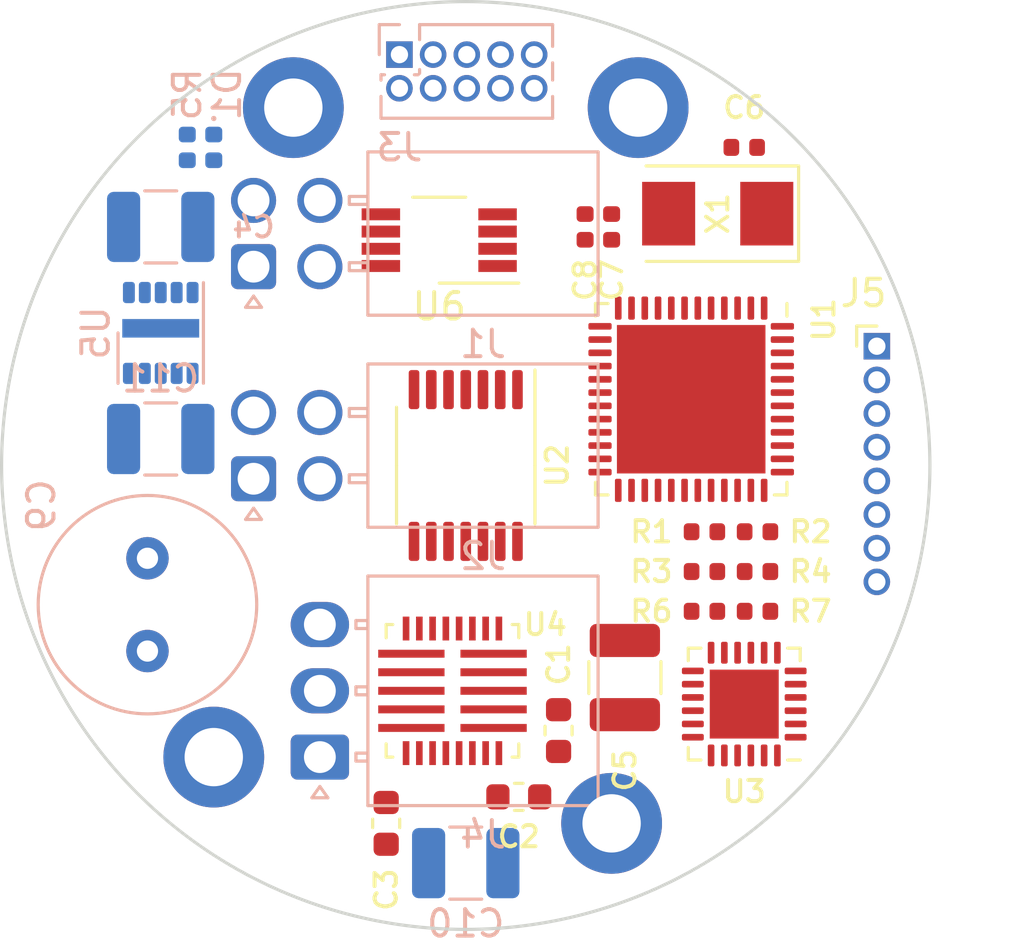
<source format=kicad_pcb>
(kicad_pcb (version 20200119) (host pcbnew "5.99.0-unknown-4f36980~101~ubuntu18.04.1")

  (general
    (thickness 1.6)
    (drawings 1)
    (tracks 0)
    (modules 35)
    (nets 127)
  )

  (page "A4")
  (layers
    (0 "F.Cu" signal)
    (1 "In1.Cu" signal)
    (2 "In2.Cu" signal)
    (31 "B.Cu" signal)
    (32 "B.Adhes" user hide)
    (33 "F.Adhes" user hide)
    (34 "B.Paste" user hide)
    (35 "F.Paste" user hide)
    (36 "B.SilkS" user)
    (37 "F.SilkS" user)
    (38 "B.Mask" user hide)
    (39 "F.Mask" user hide)
    (40 "Dwgs.User" user)
    (41 "Cmts.User" user)
    (42 "Eco1.User" user)
    (43 "Eco2.User" user)
    (44 "Edge.Cuts" user)
    (45 "Margin" user)
    (46 "B.CrtYd" user)
    (47 "F.CrtYd" user)
    (48 "B.Fab" user hide)
    (49 "F.Fab" user hide)
  )

  (setup
    (stackup
      (layer "F.SilkS" (type "Top Silk Screen") (color "White"))
      (layer "F.Paste" (type "Top Solder Paste"))
      (layer "F.Mask" (type "Top Solder Mask") (color "Green") (thickness 0.01))
      (layer "F.Cu" (type "copper") (thickness 0.035))
      (layer "dielectric 1" (type "core") (thickness 0.2) (material "FR4") (epsilon_r 4.5) (loss_tangent 0.02))
      (layer "In1.Cu" (type "copper") (thickness 0.035))
      (layer "dielectric 2" (type "prepreg") (thickness 1.04) (material "FR4") (epsilon_r 4.5) (loss_tangent 0.02))
      (layer "In2.Cu" (type "copper") (thickness 0.035))
      (layer "dielectric 3" (type "core") (thickness 0.2) (material "FR4") (epsilon_r 4.5) (loss_tangent 0.02))
      (layer "B.Cu" (type "copper") (thickness 0.035))
      (layer "B.Mask" (type "Bottom Solder Mask") (color "Green") (thickness 0.01))
      (layer "B.Paste" (type "Bottom Solder Paste"))
      (layer "B.SilkS" (type "Bottom Silk Screen") (color "White"))
      (copper_finish "None")
      (dielectric_constraints no)
    )
    (last_trace_width 0.25)
    (trace_clearance 0.2)
    (zone_clearance 0.508)
    (zone_45_only no)
    (trace_min 0.2)
    (via_size 0.8)
    (via_drill 0.4)
    (via_min_size 0.4)
    (via_min_drill 0.3)
    (uvia_size 0.3)
    (uvia_drill 0.1)
    (uvias_allowed no)
    (uvia_min_size 0.2)
    (uvia_min_drill 0.1)
    (max_error 0.005)
    (defaults
      (edge_clearance 0.01)
      (edge_cuts_line_width 0.05)
      (courtyard_line_width 0.05)
      (copper_line_width 0.2)
      (copper_text_dims (size 1.5 1.5) (thickness 0.3))
      (silk_line_width 0.12)
      (silk_text_dims (size 0.8 0.8) (thickness 0.15))
      (other_layers_line_width 0.1)
      (other_layers_text_dims (size 0.8 0.8) (thickness 0.15))
      (dimension_units 0)
      (dimension_precision 1)
    )
    (pad_size 1.524 1.524)
    (pad_drill 0.762)
    (pad_to_mask_clearance 0.05)
    (aux_axis_origin 0 0)
    (visible_elements FFFFFF7F)
    (pcbplotparams
      (layerselection 0x010fc_ffffffff)
      (usegerberextensions false)
      (usegerberattributes true)
      (usegerberadvancedattributes true)
      (creategerberjobfile true)
      (svguseinch false)
      (svgprecision 6)
      (excludeedgelayer true)
      (linewidth 0.100000)
      (plotframeref false)
      (viasonmask false)
      (mode 1)
      (useauxorigin false)
      (hpglpennumber 1)
      (hpglpenspeed 20)
      (hpglpendiameter 15.000000)
      (psnegative false)
      (psa4output false)
      (plotreference true)
      (plotvalue true)
      (plotinvisibletext false)
      (padsonsilk false)
      (subtractmaskfromsilk false)
      (outputformat 1)
      (mirror false)
      (drillshape 1)
      (scaleselection 1)
      (outputdirectory "")
    )
  )

  (net 0 "")
  (net 1 "Net-(U1-Pad49)")
  (net 2 "Net-(U1-Pad47)")
  (net 3 "Net-(U1-Pad46)")
  (net 4 "Net-(U1-Pad45)")
  (net 5 "Net-(U1-Pad44)")
  (net 6 "Net-(U1-Pad43)")
  (net 7 "Net-(U1-Pad42)")
  (net 8 "Net-(U1-Pad41)")
  (net 9 "Net-(U1-Pad40)")
  (net 10 "Net-(U1-Pad39)")
  (net 11 "Net-(U1-Pad38)")
  (net 12 "Net-(U1-Pad34)")
  (net 13 "Net-(U1-Pad33)")
  (net 14 "Net-(U1-Pad32)")
  (net 15 "Net-(U1-Pad31)")
  (net 16 "Net-(U1-Pad30)")
  (net 17 "Net-(U1-Pad29)")
  (net 18 "Net-(U1-Pad28)")
  (net 19 "Net-(U1-Pad27)")
  (net 20 "Net-(U1-Pad26)")
  (net 21 "Net-(U1-Pad25)")
  (net 22 "Net-(U1-Pad24)")
  (net 23 "Net-(U1-Pad22)")
  (net 24 "Net-(U1-Pad21)")
  (net 25 "Net-(U1-Pad19)")
  (net 26 "Net-(U1-Pad18)")
  (net 27 "Net-(U1-Pad17)")
  (net 28 "Net-(U1-Pad16)")
  (net 29 "Net-(U1-Pad15)")
  (net 30 "Net-(U1-Pad14)")
  (net 31 "Net-(U1-Pad13)")
  (net 32 "Net-(U1-Pad12)")
  (net 33 "Net-(U1-Pad11)")
  (net 34 "Net-(U1-Pad10)")
  (net 35 "Net-(U1-Pad9)")
  (net 36 "Net-(U1-Pad8)")
  (net 37 "Net-(U1-Pad4)")
  (net 38 "Net-(U1-Pad3)")
  (net 39 "Net-(U1-Pad2)")
  (net 40 "Net-(U2-Pad14)")
  (net 41 "Net-(U2-Pad13)")
  (net 42 "Net-(U2-Pad12)")
  (net 43 "Net-(U2-Pad11)")
  (net 44 "Net-(U2-Pad10)")
  (net 45 "Net-(U2-Pad9)")
  (net 46 "Net-(U2-Pad8)")
  (net 47 "Net-(U2-Pad7)")
  (net 48 "Net-(U2-Pad6)")
  (net 49 "Net-(U2-Pad5)")
  (net 50 "Net-(U2-Pad4)")
  (net 51 "Net-(U2-Pad3)")
  (net 52 "Net-(U2-Pad2)")
  (net 53 "Net-(U2-Pad1)")
  (net 54 "Net-(U3-Pad25)")
  (net 55 "Net-(U3-Pad24)")
  (net 56 "Net-(U3-Pad23)")
  (net 57 "Net-(U3-Pad22)")
  (net 58 "Net-(U3-Pad21)")
  (net 59 "Net-(U3-Pad20)")
  (net 60 "Net-(U3-Pad19)")
  (net 61 "Net-(U3-Pad18)")
  (net 62 "Net-(U3-Pad17)")
  (net 63 "Net-(U3-Pad16)")
  (net 64 "Net-(U3-Pad15)")
  (net 65 "Net-(U3-Pad14)")
  (net 66 "Net-(U3-Pad13)")
  (net 67 "Net-(U3-Pad12)")
  (net 68 "Net-(U3-Pad11)")
  (net 69 "Net-(U3-Pad10)")
  (net 70 "Net-(U3-Pad9)")
  (net 71 "Net-(U3-Pad8)")
  (net 72 "Net-(U3-Pad7)")
  (net 73 "Net-(U3-Pad6)")
  (net 74 "Net-(U3-Pad5)")
  (net 75 "Net-(U3-Pad4)")
  (net 76 "Net-(U3-Pad3)")
  (net 77 "Net-(U3-Pad2)")
  (net 78 "Net-(U3-Pad1)")
  (net 79 "VBUS")
  (net 80 "GND")
  (net 81 "/IA")
  (net 82 "/VREF")
  (net 83 "/IB")
  (net 84 "/FAULT")
  (net 85 "+3V3")
  (net 86 "/IC")
  (net 87 "/SA")
  (net 88 "/SB")
  (net 89 "/SC")
  (net 90 "/ENC")
  (net 91 "/PWMA")
  (net 92 "/PWMC")
  (net 93 "/PWMB")
  (net 94 "/ENB")
  (net 95 "/ENA")
  (net 96 "/SLEEP")
  (net 97 "/VCP")
  (net 98 "/CP2")
  (net 99 "/CP1")
  (net 100 "/VG")
  (net 101 "Net-(C6-Pad1)")
  (net 102 "Net-(C7-Pad1)")
  (net 103 "/NRST")
  (net 104 "/SWCLK")
  (net 105 "/SWDIO")
  (net 106 "Net-(J3-Pad8)")
  (net 107 "Net-(J3-Pad7)")
  (net 108 "Net-(J3-Pad6)")
  (net 109 "Net-(U5-Pad10)")
  (net 110 "Net-(U5-Pad9)")
  (net 111 "Net-(U5-Pad8)")
  (net 112 "Net-(U5-Pad5)")
  (net 113 "/RS485_A")
  (net 114 "/RS485_B")
  (net 115 "/RS485_DI")
  (net 116 "/RS485_DE")
  (net 117 "/RS485_RO")
  (net 118 "Net-(D1-Pad2)")
  (net 119 "/STATUS_LED")
  (net 120 "/DEBUG_TX")
  (net 121 "Net-(J5-Pad7)")
  (net 122 "Net-(J5-Pad6)")
  (net 123 "Net-(J5-Pad5)")
  (net 124 "Net-(J5-Pad4)")
  (net 125 "Net-(J5-Pad3)")
  (net 126 "Net-(J5-Pad2)")

  (net_class "Default" "This is the default net class."
    (clearance 0.2)
    (trace_width 0.25)
    (via_dia 0.8)
    (via_drill 0.4)
    (uvia_dia 0.3)
    (uvia_drill 0.1)
    (add_net "+3V3")
    (add_net "/CP1")
    (add_net "/CP2")
    (add_net "/DEBUG_TX")
    (add_net "/ENA")
    (add_net "/ENB")
    (add_net "/ENC")
    (add_net "/FAULT")
    (add_net "/IA")
    (add_net "/IB")
    (add_net "/IC")
    (add_net "/NRST")
    (add_net "/PWMA")
    (add_net "/PWMB")
    (add_net "/PWMC")
    (add_net "/RS485_A")
    (add_net "/RS485_B")
    (add_net "/RS485_DE")
    (add_net "/RS485_DI")
    (add_net "/RS485_RO")
    (add_net "/SA")
    (add_net "/SB")
    (add_net "/SC")
    (add_net "/SLEEP")
    (add_net "/STATUS_LED")
    (add_net "/SWCLK")
    (add_net "/SWDIO")
    (add_net "/VCP")
    (add_net "/VG")
    (add_net "/VREF")
    (add_net "GND")
    (add_net "Net-(C6-Pad1)")
    (add_net "Net-(C7-Pad1)")
    (add_net "Net-(D1-Pad2)")
    (add_net "Net-(J3-Pad6)")
    (add_net "Net-(J3-Pad7)")
    (add_net "Net-(J3-Pad8)")
    (add_net "Net-(J5-Pad2)")
    (add_net "Net-(J5-Pad3)")
    (add_net "Net-(J5-Pad4)")
    (add_net "Net-(J5-Pad5)")
    (add_net "Net-(J5-Pad6)")
    (add_net "Net-(J5-Pad7)")
    (add_net "Net-(U1-Pad10)")
    (add_net "Net-(U1-Pad11)")
    (add_net "Net-(U1-Pad12)")
    (add_net "Net-(U1-Pad13)")
    (add_net "Net-(U1-Pad14)")
    (add_net "Net-(U1-Pad15)")
    (add_net "Net-(U1-Pad16)")
    (add_net "Net-(U1-Pad17)")
    (add_net "Net-(U1-Pad18)")
    (add_net "Net-(U1-Pad19)")
    (add_net "Net-(U1-Pad2)")
    (add_net "Net-(U1-Pad21)")
    (add_net "Net-(U1-Pad22)")
    (add_net "Net-(U1-Pad24)")
    (add_net "Net-(U1-Pad25)")
    (add_net "Net-(U1-Pad26)")
    (add_net "Net-(U1-Pad27)")
    (add_net "Net-(U1-Pad28)")
    (add_net "Net-(U1-Pad29)")
    (add_net "Net-(U1-Pad3)")
    (add_net "Net-(U1-Pad30)")
    (add_net "Net-(U1-Pad31)")
    (add_net "Net-(U1-Pad32)")
    (add_net "Net-(U1-Pad33)")
    (add_net "Net-(U1-Pad34)")
    (add_net "Net-(U1-Pad38)")
    (add_net "Net-(U1-Pad39)")
    (add_net "Net-(U1-Pad4)")
    (add_net "Net-(U1-Pad40)")
    (add_net "Net-(U1-Pad41)")
    (add_net "Net-(U1-Pad42)")
    (add_net "Net-(U1-Pad43)")
    (add_net "Net-(U1-Pad44)")
    (add_net "Net-(U1-Pad45)")
    (add_net "Net-(U1-Pad46)")
    (add_net "Net-(U1-Pad47)")
    (add_net "Net-(U1-Pad49)")
    (add_net "Net-(U1-Pad8)")
    (add_net "Net-(U1-Pad9)")
    (add_net "Net-(U2-Pad1)")
    (add_net "Net-(U2-Pad10)")
    (add_net "Net-(U2-Pad11)")
    (add_net "Net-(U2-Pad12)")
    (add_net "Net-(U2-Pad13)")
    (add_net "Net-(U2-Pad14)")
    (add_net "Net-(U2-Pad2)")
    (add_net "Net-(U2-Pad3)")
    (add_net "Net-(U2-Pad4)")
    (add_net "Net-(U2-Pad5)")
    (add_net "Net-(U2-Pad6)")
    (add_net "Net-(U2-Pad7)")
    (add_net "Net-(U2-Pad8)")
    (add_net "Net-(U2-Pad9)")
    (add_net "Net-(U3-Pad1)")
    (add_net "Net-(U3-Pad10)")
    (add_net "Net-(U3-Pad11)")
    (add_net "Net-(U3-Pad12)")
    (add_net "Net-(U3-Pad13)")
    (add_net "Net-(U3-Pad14)")
    (add_net "Net-(U3-Pad15)")
    (add_net "Net-(U3-Pad16)")
    (add_net "Net-(U3-Pad17)")
    (add_net "Net-(U3-Pad18)")
    (add_net "Net-(U3-Pad19)")
    (add_net "Net-(U3-Pad2)")
    (add_net "Net-(U3-Pad20)")
    (add_net "Net-(U3-Pad21)")
    (add_net "Net-(U3-Pad22)")
    (add_net "Net-(U3-Pad23)")
    (add_net "Net-(U3-Pad24)")
    (add_net "Net-(U3-Pad25)")
    (add_net "Net-(U3-Pad3)")
    (add_net "Net-(U3-Pad4)")
    (add_net "Net-(U3-Pad5)")
    (add_net "Net-(U3-Pad6)")
    (add_net "Net-(U3-Pad7)")
    (add_net "Net-(U3-Pad8)")
    (add_net "Net-(U3-Pad9)")
    (add_net "Net-(U5-Pad10)")
    (add_net "Net-(U5-Pad5)")
    (add_net "Net-(U5-Pad8)")
    (add_net "Net-(U5-Pad9)")
    (add_net "VBUS")
  )

  (module "Connector_PinHeader_1.27mm:PinHeader_1x08_P1.27mm_Horizontal" (layer "F.Cu") (tedit 5EA70285) (tstamp 8686bf83-dcfc-4d6c-8906-f37f17804481)
    (at 165.5 95.5)
    (descr "Through hole angled pin header, 1x08, 1.27mm pitch, 4.0mm pin length, single row")
    (tags "Through hole angled pin header THT 1x08 1.27mm single row")
    (path "/00000000-0000-0000-0000-00005eaf6153")
    (fp_text reference "J5" (at -0.5 -2) (layer "F.SilkS")
      (effects (font (size 1 1) (thickness 0.15)))
    )
    (fp_text value "BONUS" (at 2.4325 10.525) (layer "F.Fab")
      (effects (font (size 1 1) (thickness 0.15)))
    )
    (fp_line (start 0.75 -0.635) (end 1.5 -0.635) (layer "F.Fab") (width 0.1))
    (fp_line (start 1.5 -0.635) (end 1.5 9.525) (layer "F.Fab") (width 0.1))
    (fp_line (start 1.5 9.525) (end 0.5 9.525) (layer "F.Fab") (width 0.1))
    (fp_line (start 0.5 9.525) (end 0.5 -0.385) (layer "F.Fab") (width 0.1))
    (fp_line (start 0.5 -0.385) (end 0.75 -0.635) (layer "F.Fab") (width 0.1))
    (fp_line (start -0.2 -0.2) (end 0.5 -0.2) (layer "F.Fab") (width 0.1))
    (fp_line (start -0.2 -0.2) (end -0.2 0.2) (layer "F.Fab") (width 0.1))
    (fp_line (start -0.2 0.2) (end 0.5 0.2) (layer "F.Fab") (width 0.1))
    (fp_line (start 1.5 -0.2) (end 5.5 -0.2) (layer "F.Fab") (width 0.1))
    (fp_line (start 5.5 -0.2) (end 5.5 0.2) (layer "F.Fab") (width 0.1))
    (fp_line (start 1.5 0.2) (end 5.5 0.2) (layer "F.Fab") (width 0.1))
    (fp_line (start -0.2 1.07) (end 0.5 1.07) (layer "F.Fab") (width 0.1))
    (fp_line (start -0.2 1.07) (end -0.2 1.47) (layer "F.Fab") (width 0.1))
    (fp_line (start -0.2 1.47) (end 0.5 1.47) (layer "F.Fab") (width 0.1))
    (fp_line (start 1.5 1.07) (end 5.5 1.07) (layer "F.Fab") (width 0.1))
    (fp_line (start 5.5 1.07) (end 5.5 1.47) (layer "F.Fab") (width 0.1))
    (fp_line (start 1.5 1.47) (end 5.5 1.47) (layer "F.Fab") (width 0.1))
    (fp_line (start -0.2 2.34) (end 0.5 2.34) (layer "F.Fab") (width 0.1))
    (fp_line (start -0.2 2.34) (end -0.2 2.74) (layer "F.Fab") (width 0.1))
    (fp_line (start -0.2 2.74) (end 0.5 2.74) (layer "F.Fab") (width 0.1))
    (fp_line (start 1.5 2.34) (end 5.5 2.34) (layer "F.Fab") (width 0.1))
    (fp_line (start 5.5 2.34) (end 5.5 2.74) (layer "F.Fab") (width 0.1))
    (fp_line (start 1.5 2.74) (end 5.5 2.74) (layer "F.Fab") (width 0.1))
    (fp_line (start -0.2 3.61) (end 0.5 3.61) (layer "F.Fab") (width 0.1))
    (fp_line (start -0.2 3.61) (end -0.2 4.01) (layer "F.Fab") (width 0.1))
    (fp_line (start -0.2 4.01) (end 0.5 4.01) (layer "F.Fab") (width 0.1))
    (fp_line (start 1.5 3.61) (end 5.5 3.61) (layer "F.Fab") (width 0.1))
    (fp_line (start 5.5 3.61) (end 5.5 4.01) (layer "F.Fab") (width 0.1))
    (fp_line (start 1.5 4.01) (end 5.5 4.01) (layer "F.Fab") (width 0.1))
    (fp_line (start -0.2 4.88) (end 0.5 4.88) (layer "F.Fab") (width 0.1))
    (fp_line (start -0.2 4.88) (end -0.2 5.28) (layer "F.Fab") (width 0.1))
    (fp_line (start -0.2 5.28) (end 0.5 5.28) (layer "F.Fab") (width 0.1))
    (fp_line (start 1.5 4.88) (end 5.5 4.88) (layer "F.Fab") (width 0.1))
    (fp_line (start 5.5 4.88) (end 5.5 5.28) (layer "F.Fab") (width 0.1))
    (fp_line (start 1.5 5.28) (end 5.5 5.28) (layer "F.Fab") (width 0.1))
    (fp_line (start -0.2 6.15) (end 0.5 6.15) (layer "F.Fab") (width 0.1))
    (fp_line (start -0.2 6.15) (end -0.2 6.55) (layer "F.Fab") (width 0.1))
    (fp_line (start -0.2 6.55) (end 0.5 6.55) (layer "F.Fab") (width 0.1))
    (fp_line (start 1.5 6.15) (end 5.5 6.15) (layer "F.Fab") (width 0.1))
    (fp_line (start 5.5 6.15) (end 5.5 6.55) (layer "F.Fab") (width 0.1))
    (fp_line (start 1.5 6.55) (end 5.5 6.55) (layer "F.Fab") (width 0.1))
    (fp_line (start -0.2 7.42) (end 0.5 7.42) (layer "F.Fab") (width 0.1))
    (fp_line (start -0.2 7.42) (end -0.2 7.82) (layer "F.Fab") (width 0.1))
    (fp_line (start -0.2 7.82) (end 0.5 7.82) (layer "F.Fab") (width 0.1))
    (fp_line (start 1.5 7.42) (end 5.5 7.42) (layer "F.Fab") (width 0.1))
    (fp_line (start 5.5 7.42) (end 5.5 7.82) (layer "F.Fab") (width 0.1))
    (fp_line (start 1.5 7.82) (end 5.5 7.82) (layer "F.Fab") (width 0.1))
    (fp_line (start -0.2 8.69) (end 0.5 8.69) (layer "F.Fab") (width 0.1))
    (fp_line (start -0.2 8.69) (end -0.2 9.09) (layer "F.Fab") (width 0.1))
    (fp_line (start -0.2 9.09) (end 0.5 9.09) (layer "F.Fab") (width 0.1))
    (fp_line (start 1.5 8.69) (end 5.5 8.69) (layer "F.Fab") (width 0.1))
    (fp_line (start 5.5 8.69) (end 5.5 9.09) (layer "F.Fab") (width 0.1))
    (fp_line (start 1.5 9.09) (end 5.5 9.09) (layer "F.Fab") (width 0.1))
    (fp_line (start -0.76 0) (end -0.76 -0.76) (layer "F.SilkS") (width 0.12))
    (fp_line (start -0.76 -0.76) (end 0 -0.76) (layer "F.SilkS") (width 0.12))
    (fp_line (start -1.15 -1.15) (end -1.15 10.05) (layer "F.CrtYd") (width 0.05))
    (fp_line (start -1.15 10.05) (end 1.1 10.05) (layer "F.CrtYd") (width 0.05))
    (fp_line (start 1.1 10.05) (end 1.1 -1.15) (layer "F.CrtYd") (width 0.05))
    (fp_line (start 1.1 -1.15) (end -1.15 -1.15) (layer "F.CrtYd") (width 0.05))
    (fp_text user "${REFERENCE}" (at 1 4.445 90) (layer "F.Fab")
      (effects (font (size 0.6 0.6) (thickness 0.09)))
    )
    (pad "8" thru_hole oval (at 0 8.89) (size 1 1) (drill 0.65) (layers *.Cu *.Mask)
      (net 80 "GND") (pinfunction "Pin_8") (tstamp d7268347-cd37-4d2e-9b07-336719bd3461))
    (pad "7" thru_hole oval (at 0 7.62) (size 1 1) (drill 0.65) (layers *.Cu *.Mask)
      (net 121 "Net-(J5-Pad7)") (pinfunction "Pin_7") (tstamp 5f82a3fe-440e-4278-baa2-6a89df4c253d))
    (pad "6" thru_hole oval (at 0 6.35) (size 1 1) (drill 0.65) (layers *.Cu *.Mask)
      (net 122 "Net-(J5-Pad6)") (pinfunction "Pin_6") (tstamp c6e5c9e9-a7e4-4bb9-a7ea-1f1f30c1ce5c))
    (pad "5" thru_hole oval (at 0 5.08) (size 1 1) (drill 0.65) (layers *.Cu *.Mask)
      (net 123 "Net-(J5-Pad5)") (pinfunction "Pin_5") (tstamp 8dd04694-2082-4f9c-9255-ef7a72696cbf))
    (pad "4" thru_hole oval (at 0 3.81) (size 1 1) (drill 0.65) (layers *.Cu *.Mask)
      (net 124 "Net-(J5-Pad4)") (pinfunction "Pin_4") (tstamp 2f3db0d3-c8ba-44dd-9a4d-f5c90cafd764))
    (pad "3" thru_hole oval (at 0 2.54) (size 1 1) (drill 0.65) (layers *.Cu *.Mask)
      (net 125 "Net-(J5-Pad3)") (pinfunction "Pin_3") (tstamp 2e30f50f-958c-4299-983e-45d66ef4d5d0))
    (pad "2" thru_hole oval (at 0 1.27) (size 1 1) (drill 0.65) (layers *.Cu *.Mask)
      (net 126 "Net-(J5-Pad2)") (pinfunction "Pin_2") (tstamp 9708839c-b593-492d-939b-69a7aa615d75))
    (pad "1" thru_hole rect (at 0 0) (size 1 1) (drill 0.65) (layers *.Cu *.Mask)
      (net 120 "/DEBUG_TX") (pinfunction "Pin_1") (tstamp c3cccbf2-62da-4a44-a713-2b252aca833d))
    (model "${KISYS3DMOD}/Connector_PinHeader_1.27mm.3dshapes/PinHeader_1x08_P1.27mm_Horizontal.wrl" hide
      (at (xyz 0 0 0))
      (scale (xyz 1 1 1))
      (rotate (xyz 0 0 0))
    )
  )

  (module "Resistor_SMD:R_0402_1005Metric" (layer "B.Cu") (tedit 5B301BBD) (tstamp d3848745-856e-44db-9283-45af111facf4)
    (at 139.5 88 90)
    (descr "Resistor SMD 0402 (1005 Metric), square (rectangular) end terminal, IPC_7351 nominal, (Body size source: http://www.tortai-tech.com/upload/download/2011102023233369053.pdf), generated with kicad-footprint-generator")
    (tags "resistor")
    (path "/00000000-0000-0000-0000-00005eb14ab3")
    (attr smd)
    (fp_text reference "R5" (at 2 0 90) (layer "B.SilkS")
      (effects (font (size 1 1) (thickness 0.15)) (justify mirror))
    )
    (fp_text value "330" (at 0 -1.17 90) (layer "B.Fab")
      (effects (font (size 1 1) (thickness 0.15)) (justify mirror))
    )
    (fp_text user "${REFERENCE}" (at 0 0 90) (layer "B.Fab")
      (effects (font (size 0.25 0.25) (thickness 0.04)) (justify mirror))
    )
    (fp_line (start 0.93 -0.47) (end -0.93 -0.47) (layer "B.CrtYd") (width 0.05))
    (fp_line (start 0.93 0.47) (end 0.93 -0.47) (layer "B.CrtYd") (width 0.05))
    (fp_line (start -0.93 0.47) (end 0.93 0.47) (layer "B.CrtYd") (width 0.05))
    (fp_line (start -0.93 -0.47) (end -0.93 0.47) (layer "B.CrtYd") (width 0.05))
    (fp_line (start 0.5 -0.25) (end -0.5 -0.25) (layer "B.Fab") (width 0.1))
    (fp_line (start 0.5 0.25) (end 0.5 -0.25) (layer "B.Fab") (width 0.1))
    (fp_line (start -0.5 0.25) (end 0.5 0.25) (layer "B.Fab") (width 0.1))
    (fp_line (start -0.5 -0.25) (end -0.5 0.25) (layer "B.Fab") (width 0.1))
    (pad "2" smd roundrect (at 0.485 0 90) (size 0.59 0.64) (layers "B.Cu" "B.Paste" "B.Mask") (roundrect_rratio 0.25)
      (net 85 "+3V3") (tstamp 592b4ac8-71dc-4cd7-b56c-487748d4c27d))
    (pad "1" smd roundrect (at -0.485 0 90) (size 0.59 0.64) (layers "B.Cu" "B.Paste" "B.Mask") (roundrect_rratio 0.25)
      (net 118 "Net-(D1-Pad2)") (tstamp b6bfa415-92de-4612-8402-171c818bee40))
    (model "${KISYS3DMOD}/Resistor_SMD.3dshapes/R_0402_1005Metric.wrl"
      (at (xyz 0 0 0))
      (scale (xyz 1 1 1))
      (rotate (xyz 0 0 0))
    )
  )

  (module "LED_SMD:LED_0402_1005Metric" (layer "B.Cu") (tedit 5B301BBE) (tstamp 9a83261e-f1a7-448e-b5a0-6ae04bcfdd1a)
    (at 140.5 88 -90)
    (descr "LED SMD 0402 (1005 Metric), square (rectangular) end terminal, IPC_7351 nominal, (Body size source: http://www.tortai-tech.com/upload/download/2011102023233369053.pdf), generated with kicad-footprint-generator")
    (tags "LED")
    (path "/00000000-0000-0000-0000-00005eb1327c")
    (attr smd)
    (fp_text reference "D1" (at -2 -0.5 90) (layer "B.SilkS")
      (effects (font (size 1 1) (thickness 0.15)) (justify mirror))
    )
    (fp_text value "status" (at 0 -1.17 90) (layer "B.Fab")
      (effects (font (size 1 1) (thickness 0.15)) (justify mirror))
    )
    (fp_text user "${REFERENCE}" (at 0 0 90) (layer "B.Fab")
      (effects (font (size 0.25 0.25) (thickness 0.04)) (justify mirror))
    )
    (fp_line (start 0.93 -0.47) (end -0.93 -0.47) (layer "B.CrtYd") (width 0.05))
    (fp_line (start 0.93 0.47) (end 0.93 -0.47) (layer "B.CrtYd") (width 0.05))
    (fp_line (start -0.93 0.47) (end 0.93 0.47) (layer "B.CrtYd") (width 0.05))
    (fp_line (start -0.93 -0.47) (end -0.93 0.47) (layer "B.CrtYd") (width 0.05))
    (fp_line (start -0.3 -0.25) (end -0.3 0.25) (layer "B.Fab") (width 0.1))
    (fp_line (start -0.4 -0.25) (end -0.4 0.25) (layer "B.Fab") (width 0.1))
    (fp_line (start 0.5 -0.25) (end -0.5 -0.25) (layer "B.Fab") (width 0.1))
    (fp_line (start 0.5 0.25) (end 0.5 -0.25) (layer "B.Fab") (width 0.1))
    (fp_line (start -0.5 0.25) (end 0.5 0.25) (layer "B.Fab") (width 0.1))
    (fp_line (start -0.5 -0.25) (end -0.5 0.25) (layer "B.Fab") (width 0.1))
    (fp_circle (center -1.09 0) (end -1.04 0) (layer "B.SilkS") (width 0.1))
    (pad "2" smd roundrect (at 0.485 0 270) (size 0.59 0.64) (layers "B.Cu" "B.Paste" "B.Mask") (roundrect_rratio 0.25)
      (net 118 "Net-(D1-Pad2)") (pinfunction "A") (tstamp 8415f38b-cebe-41f5-8389-105ca4b3b23a))
    (pad "1" smd roundrect (at -0.485 0 270) (size 0.59 0.64) (layers "B.Cu" "B.Paste" "B.Mask") (roundrect_rratio 0.25)
      (net 119 "/STATUS_LED") (pinfunction "K") (tstamp d8fb9277-e753-4c8e-8f9e-6ba8ba0970a4))
    (model "${KISYS3DMOD}/LED_SMD.3dshapes/LED_0402_1005Metric.wrl"
      (at (xyz 0 0 0))
      (scale (xyz 1 1 1))
      (rotate (xyz 0 0 0))
    )
  )

  (module "Package_SO:VSSOP-8_3.0x3.0mm_P0.65mm" (layer "F.Cu") (tedit 5A02F25C) (tstamp f2204026-3cf0-49a2-a147-3367eea25969)
    (at 149 91.5 180)
    (descr "VSSOP-8 3.0 x 3.0, http://www.ti.com/lit/ds/symlink/lm75b.pdf")
    (tags "VSSOP-8 3.0 x 3.0")
    (path "/00000000-0000-0000-0000-00005eaf0690")
    (attr smd)
    (fp_text reference "U6" (at 0 -2.5) (layer "F.SilkS")
      (effects (font (size 1 1) (thickness 0.15)))
    )
    (fp_text value "THVD2450" (at 0.02 2.73) (layer "F.Fab")
      (effects (font (size 1 1) (thickness 0.15)))
    )
    (fp_text user "${REFERENCE}" (at 0 0) (layer "F.Fab")
      (effects (font (size 0.5 0.5) (thickness 0.1)))
    )
    (fp_line (start 1.5 -1.5) (end 1.5 1.5) (layer "F.Fab") (width 0.1))
    (fp_line (start 1.5 1.5) (end -1.5 1.5) (layer "F.Fab") (width 0.1))
    (fp_line (start -1.5 1.5) (end -1.5 -0.5) (layer "F.Fab") (width 0.1))
    (fp_line (start -0.5 -1.5) (end 1.5 -1.5) (layer "F.Fab") (width 0.1))
    (fp_line (start -0.5 -1.5) (end -1.5 -0.5) (layer "F.Fab") (width 0.1))
    (fp_line (start 0 -1.62) (end -3 -1.62) (layer "F.SilkS") (width 0.12))
    (fp_line (start 1 1.62) (end -1 1.62) (layer "F.SilkS") (width 0.12))
    (fp_line (start 3.48 -1.75) (end 3.48 1.75) (layer "F.CrtYd") (width 0.05))
    (fp_line (start 3.48 1.75) (end -3.48 1.75) (layer "F.CrtYd") (width 0.05))
    (fp_line (start -3.48 1.75) (end -3.48 -1.75) (layer "F.CrtYd") (width 0.05))
    (fp_line (start -3.48 -1.75) (end 3.48 -1.75) (layer "F.CrtYd") (width 0.05))
    (pad "8" smd rect (at 2.2 -0.975 90) (size 0.45 1.45) (layers "F.Cu" "F.Paste" "F.Mask")
      (net 85 "+3V3") (pinfunction "VCC") (tstamp a79be173-d46a-4031-8895-ec6f73921cbe))
    (pad "7" smd rect (at 2.2 -0.325 90) (size 0.45 1.45) (layers "F.Cu" "F.Paste" "F.Mask")
      (net 114 "/RS485_B") (pinfunction "B") (tstamp ad0511c1-63d1-47f7-924f-bb9686ea3253))
    (pad "6" smd rect (at 2.2 0.325 90) (size 0.45 1.45) (layers "F.Cu" "F.Paste" "F.Mask")
      (net 113 "/RS485_A") (pinfunction "A") (tstamp 824a4ad4-0785-4edf-8240-0e1a1bfde23a))
    (pad "5" smd rect (at 2.2 0.975 90) (size 0.45 1.45) (layers "F.Cu" "F.Paste" "F.Mask")
      (net 80 "GND") (pinfunction "GND") (tstamp dabbead0-b777-4c02-bf7e-11345162a980))
    (pad "4" smd rect (at -2.2 0.975 90) (size 0.45 1.45) (layers "F.Cu" "F.Paste" "F.Mask")
      (net 115 "/RS485_DI") (pinfunction "DI") (tstamp 6cc6d003-5479-4785-8dcb-02779781d00e))
    (pad "3" smd rect (at -2.2 0.325 90) (size 0.45 1.45) (layers "F.Cu" "F.Paste" "F.Mask")
      (net 116 "/RS485_DE") (pinfunction "DE") (tstamp b03bd2e5-477f-4821-bf61-5ceac5f6b887))
    (pad "2" smd rect (at -2.2 -0.325 90) (size 0.45 1.45) (layers "F.Cu" "F.Paste" "F.Mask")
      (net 116 "/RS485_DE") (pinfunction "~RE") (tstamp da3de14e-8f3a-4606-b33d-3661c2760a9b))
    (pad "1" smd rect (at -2.2 -0.975 90) (size 0.45 1.45) (layers "F.Cu" "F.Paste" "F.Mask")
      (net 117 "/RS485_RO") (pinfunction "RO") (tstamp 2de4f2c7-113c-4e1f-8047-bd20786e98ab))
    (model "${KISYS3DMOD}/Package_SO.3dshapes/VSSOP-8_3.0x3.0mm_P0.65mm.wrl"
      (at (xyz 0 0 0))
      (scale (xyz 1 1 1))
      (rotate (xyz 0 0 0))
    )
  )

  (module "Capacitor_THT:C_Radial_D8.0mm_H11.5mm_P3.50mm" (layer "B.Cu") (tedit 5BC5C9BA) (tstamp eb01469e-ee45-4dfb-a210-6e2adcd34be7)
    (at 138 103.5 -90)
    (descr "C, Radial series, Radial, pin pitch=3.50mm, diameter=8mm, height=11.5mm, Non-Polar Electrolytic Capacitor")
    (tags "C Radial series Radial pin pitch 3.50mm diameter 8mm height 11.5mm Non-Polar Electrolytic Capacitor")
    (path "/00000000-0000-0000-0000-00005eae9b08")
    (fp_text reference "C9" (at -2 4 90) (layer "B.SilkS")
      (effects (font (size 1 1) (thickness 0.15)) (justify mirror))
    )
    (fp_text value "470u" (at 1.75 -5.25 90) (layer "B.Fab")
      (effects (font (size 1 1) (thickness 0.15)) (justify mirror))
    )
    (fp_circle (center 1.75 0) (end 5.75 0) (layer "B.Fab") (width 0.1))
    (fp_circle (center 1.75 0) (end 5.87 0) (layer "B.SilkS") (width 0.12))
    (fp_circle (center 1.75 0) (end 6 0) (layer "B.CrtYd") (width 0.05))
    (fp_text user "${REFERENCE}" (at 1.75 0 90) (layer "B.Fab")
      (effects (font (size 1 1) (thickness 0.15)) (justify mirror))
    )
    (pad "2" thru_hole circle (at 3.5 0 270) (size 1.6 1.6) (drill 0.8) (layers *.Cu *.Mask)
      (net 80 "GND") (tstamp 2e217444-e86b-42d6-9755-5593f03bbb11))
    (pad "1" thru_hole circle (at 0 0 270) (size 1.6 1.6) (drill 0.8) (layers *.Cu *.Mask)
      (net 79 "VBUS") (tstamp 447d29b3-180d-4b91-8f17-5dc8fa8d68ac))
    (model "${KISYS3DMOD}/Capacitor_THT.3dshapes/C_Radial_D8.0mm_H11.5mm_P3.50mm.wrl"
      (at (xyz 0 0 0))
      (scale (xyz 1 1 1))
      (rotate (xyz 0 0 0))
    )
  )

  (module "Capacitor_SMD:C_1210_3225Metric" (layer "B.Cu") (tedit 5B301BBE) (tstamp ddb718a0-21e0-4232-b8b1-c53ec2dce253)
    (at 138.5 99 180)
    (descr "Capacitor SMD 1210 (3225 Metric), square (rectangular) end terminal, IPC_7351 nominal, (Body size source: http://www.tortai-tech.com/upload/download/2011102023233369053.pdf), generated with kicad-footprint-generator")
    (tags "capacitor")
    (path "/00000000-0000-0000-0000-00005eb0038c")
    (attr smd)
    (fp_text reference "C11" (at 0 2.28 180) (layer "B.SilkS")
      (effects (font (size 1 1) (thickness 0.15)) (justify mirror))
    )
    (fp_text value "47u" (at 0 -2.28 180) (layer "B.Fab")
      (effects (font (size 1 1) (thickness 0.15)) (justify mirror))
    )
    (fp_line (start -1.6 -1.25) (end -1.6 1.25) (layer "B.Fab") (width 0.1))
    (fp_line (start -1.6 1.25) (end 1.6 1.25) (layer "B.Fab") (width 0.1))
    (fp_line (start 1.6 1.25) (end 1.6 -1.25) (layer "B.Fab") (width 0.1))
    (fp_line (start 1.6 -1.25) (end -1.6 -1.25) (layer "B.Fab") (width 0.1))
    (fp_line (start -0.602064 1.36) (end 0.602064 1.36) (layer "B.SilkS") (width 0.12))
    (fp_line (start -0.602064 -1.36) (end 0.602064 -1.36) (layer "B.SilkS") (width 0.12))
    (fp_line (start -2.28 -1.58) (end -2.28 1.58) (layer "B.CrtYd") (width 0.05))
    (fp_line (start -2.28 1.58) (end 2.28 1.58) (layer "B.CrtYd") (width 0.05))
    (fp_line (start 2.28 1.58) (end 2.28 -1.58) (layer "B.CrtYd") (width 0.05))
    (fp_line (start 2.28 -1.58) (end -2.28 -1.58) (layer "B.CrtYd") (width 0.05))
    (fp_text user "${REFERENCE}" (at 0 0 180) (layer "B.Fab")
      (effects (font (size 0.8 0.8) (thickness 0.12)) (justify mirror))
    )
    (pad "2" smd roundrect (at 1.4 0 180) (size 1.25 2.65) (layers "B.Cu" "B.Paste" "B.Mask") (roundrect_rratio 0.2)
      (net 80 "GND") (tstamp 1d70f8db-63b5-4356-b6f9-218639a102d5))
    (pad "1" smd roundrect (at -1.4 0 180) (size 1.25 2.65) (layers "B.Cu" "B.Paste" "B.Mask") (roundrect_rratio 0.2)
      (net 85 "+3V3") (tstamp 5048da0a-144b-4c11-bd98-f11d1dedb4f4))
    (model "${KISYS3DMOD}/Capacitor_SMD.3dshapes/C_1210_3225Metric.wrl"
      (at (xyz 0 0 0))
      (scale (xyz 1 1 1))
      (rotate (xyz 0 0 0))
    )
  )

  (module "Capacitor_SMD:C_1210_3225Metric" (layer "B.Cu") (tedit 5B301BBE) (tstamp a364eb0f-08e9-4548-84f8-ead40b1daeec)
    (at 150 115)
    (descr "Capacitor SMD 1210 (3225 Metric), square (rectangular) end terminal, IPC_7351 nominal, (Body size source: http://www.tortai-tech.com/upload/download/2011102023233369053.pdf), generated with kicad-footprint-generator")
    (tags "capacitor")
    (path "/00000000-0000-0000-0000-00005eaf2a2c")
    (attr smd)
    (fp_text reference "C10" (at 0 2.28 180) (layer "B.SilkS")
      (effects (font (size 1 1) (thickness 0.15)) (justify mirror))
    )
    (fp_text value "10u" (at 0 -2.28 180) (layer "B.Fab")
      (effects (font (size 1 1) (thickness 0.15)) (justify mirror))
    )
    (fp_line (start -1.6 -1.25) (end -1.6 1.25) (layer "B.Fab") (width 0.1))
    (fp_line (start -1.6 1.25) (end 1.6 1.25) (layer "B.Fab") (width 0.1))
    (fp_line (start 1.6 1.25) (end 1.6 -1.25) (layer "B.Fab") (width 0.1))
    (fp_line (start 1.6 -1.25) (end -1.6 -1.25) (layer "B.Fab") (width 0.1))
    (fp_line (start -0.602064 1.36) (end 0.602064 1.36) (layer "B.SilkS") (width 0.12))
    (fp_line (start -0.602064 -1.36) (end 0.602064 -1.36) (layer "B.SilkS") (width 0.12))
    (fp_line (start -2.28 -1.58) (end -2.28 1.58) (layer "B.CrtYd") (width 0.05))
    (fp_line (start -2.28 1.58) (end 2.28 1.58) (layer "B.CrtYd") (width 0.05))
    (fp_line (start 2.28 1.58) (end 2.28 -1.58) (layer "B.CrtYd") (width 0.05))
    (fp_line (start 2.28 -1.58) (end -2.28 -1.58) (layer "B.CrtYd") (width 0.05))
    (fp_text user "${REFERENCE}" (at 0 0 180) (layer "B.Fab")
      (effects (font (size 0.8 0.8) (thickness 0.12)) (justify mirror))
    )
    (pad "2" smd roundrect (at 1.4 0) (size 1.25 2.65) (layers "B.Cu" "B.Paste" "B.Mask") (roundrect_rratio 0.2)
      (net 80 "GND") (tstamp 1d70f8db-63b5-4356-b6f9-218639a102d5))
    (pad "1" smd roundrect (at -1.4 0) (size 1.25 2.65) (layers "B.Cu" "B.Paste" "B.Mask") (roundrect_rratio 0.2)
      (net 79 "VBUS") (tstamp 5048da0a-144b-4c11-bd98-f11d1dedb4f4))
    (model "${KISYS3DMOD}/Capacitor_SMD.3dshapes/C_1210_3225Metric.wrl"
      (at (xyz 0 0 0))
      (scale (xyz 1 1 1))
      (rotate (xyz 0 0 0))
    )
  )

  (module "Package_LGA:Texas_SIL0010A_MicroSiP-10-1EP_3.8x3mm_P0.6mm_EP0.7x2.9mm_ThermalVias" (layer "B.Cu") (tedit 5EA5AC82) (tstamp 383009f0-7bcb-45ac-9b8d-5213241b8f3b)
    (at 138.5 95 -90)
    (descr "Texas SIL0010A MicroSiP, 10 Pin (http://www.ti.com/lit/ml/mpds579b/mpds579b.pdf), generated with kicad-footprint-generator ipc_noLead_generator.py")
    (tags "Texas MicroSiP NoLead")
    (path "/00000000-0000-0000-0000-00005eaf1383")
    (attr smd)
    (fp_text reference "U5" (at 0 2.45 -90) (layer "B.SilkS")
      (effects (font (size 1 1) (thickness 0.15)) (justify mirror))
    )
    (fp_text value "LMZM23601V3" (at 0 -2.45 -90) (layer "B.Fab")
      (effects (font (size 1 1) (thickness 0.15)) (justify mirror))
    )
    (fp_line (start 0 1.61) (end 1.9 1.61) (layer "B.SilkS") (width 0.12))
    (fp_line (start -1.9 -1.61) (end 1.9 -1.61) (layer "B.SilkS") (width 0.12))
    (fp_line (start -1.15 1.5) (end 1.9 1.5) (layer "B.Fab") (width 0.1))
    (fp_line (start 1.9 1.5) (end 1.9 -1.5) (layer "B.Fab") (width 0.1))
    (fp_line (start 1.9 -1.5) (end -1.9 -1.5) (layer "B.Fab") (width 0.1))
    (fp_line (start -1.9 -1.5) (end -1.9 0.75) (layer "B.Fab") (width 0.1))
    (fp_line (start -1.9 0.75) (end -1.15 1.5) (layer "B.Fab") (width 0.1))
    (fp_line (start -2.17 1.75) (end -2.17 -1.75) (layer "B.CrtYd") (width 0.05))
    (fp_line (start -2.17 -1.75) (end 2.17 -1.75) (layer "B.CrtYd") (width 0.05))
    (fp_line (start 2.17 -1.75) (end 2.17 1.75) (layer "B.CrtYd") (width 0.05))
    (fp_line (start 2.17 1.75) (end -2.17 1.75) (layer "B.CrtYd") (width 0.05))
    (fp_text user "${REFERENCE}" (at 0 0 -90) (layer "B.Fab")
      (effects (font (size 0.95 0.95) (thickness 0.14)) (justify mirror))
    )
    (pad "" smd roundrect (at -0.175 -0.97 270) (size 0.65 0.9) (layers "B.Paste") (roundrect_rratio 0.25) (tstamp 7352b323-cdce-4f3b-b834-e4ab23414fc6))
    (pad "" smd roundrect (at -0.175 0 270) (size 0.65 0.9) (layers "B.Paste") (roundrect_rratio 0.25) (tstamp 506f73ef-115f-4f75-92b8-1c50492ca41f))
    (pad "" smd roundrect (at -0.175 0.97 270) (size 0.65 0.9) (layers "B.Paste") (roundrect_rratio 0.25) (tstamp e1c2a342-a7a9-4bc0-bd5c-2bcbbfd84430))
    (pad "11" smd rect (at -0.175 0 270) (size 0.5 2.56) (layers "F.Cu")
      (net 80 "GND") (pinfunction "GND") (tstamp 63d09318-0738-4ec4-939b-23bc6c98d433))
    (pad "11" smd rect (at -0.175 0 270) (size 0.7 2.9) (layers "B.Cu" "B.Mask")
      (net 80 "GND") (pinfunction "GND") (tstamp f5b912d8-0932-4345-a915-a060d9f1ddee))
    (pad "10" smd roundrect (at 1.525 1.2 270) (size 0.8 0.45) (layers "B.Cu" "B.Paste" "B.Mask") (roundrect_rratio 0.25)
      (net 109 "Net-(U5-Pad10)") (tstamp 60ff7e06-763f-4150-8017-f1dc01484a3b))
    (pad "9" smd roundrect (at 1.525 0.6 270) (size 0.8 0.45) (layers "B.Cu" "B.Paste" "B.Mask") (roundrect_rratio 0.25)
      (net 110 "Net-(U5-Pad9)") (tstamp b4f8558f-367b-4ba1-9626-8f1f30426504))
    (pad "8" smd roundrect (at 1.525 0 270) (size 0.8 0.45) (layers "B.Cu" "B.Paste" "B.Mask") (roundrect_rratio 0.25)
      (net 111 "Net-(U5-Pad8)") (tstamp 0cd3434b-d72d-4ead-a928-327eac4ab1d3))
    (pad "7" smd roundrect (at 1.525 -0.6 270) (size 0.8 0.45) (layers "B.Cu" "B.Paste" "B.Mask") (roundrect_rratio 0.25)
      (net 85 "+3V3") (pinfunction "FB") (tstamp f50ba2bc-85b4-442e-90a4-f350ee3d6f8b))
    (pad "6" smd roundrect (at 1.525 -1.2 270) (size 0.8 0.45) (layers "B.Cu" "B.Paste" "B.Mask") (roundrect_rratio 0.25)
      (net 85 "+3V3") (pinfunction "VOUT") (tstamp 1edea03f-4925-4bdd-bcfb-394c65f853c6))
    (pad "5" smd roundrect (at -1.525 -1.2 270) (size 0.8 0.45) (layers "B.Cu" "B.Paste" "B.Mask") (roundrect_rratio 0.25)
      (net 112 "Net-(U5-Pad5)") (pinfunction "PG") (tstamp 84fd2031-6075-4cb2-acd2-41271edea03f))
    (pad "4" smd roundrect (at -1.525 -0.6 270) (size 0.8 0.45) (layers "B.Cu" "B.Paste" "B.Mask") (roundrect_rratio 0.25)
      (net 79 "VBUS") (pinfunction "EN") (tstamp 7fefadf0-14bb-4ebb-ad7c-57bba4512723))
    (pad "3" smd roundrect (at -1.525 0 270) (size 0.8 0.45) (layers "B.Cu" "B.Paste" "B.Mask") (roundrect_rratio 0.25)
      (net 79 "VBUS") (pinfunction "VIN") (tstamp 5bd852bf-107f-4f3a-baea-43059259f924))
    (pad "2" smd roundrect (at -1.525 0.6 270) (size 0.8 0.45) (layers "B.Cu" "B.Paste" "B.Mask") (roundrect_rratio 0.25)
      (net 80 "GND") (pinfunction "MODE/SYNC") (tstamp eee6c73a-fe0f-4a66-8776-ee4f3dd90b9c))
    (pad "1" smd roundrect (at -1.525 1.2 270) (size 0.8 0.45) (layers "B.Cu" "B.Paste" "B.Mask") (roundrect_rratio 0.25)
      (net 80 "GND") (pinfunction "GND") (tstamp 03d565b8-791b-49ba-af38-df6ca430e999))
    (model "${KISYS3DMOD}/Package_LGA.3dshapes/Texas_SIL0010A_MicroSiP-10-1EP_3.8x3mm_P0.6mm_EP0.7x2.9mm.wrl"
      (at (xyz 0 0 0))
      (scale (xyz 1 1 1))
      (rotate (xyz 0 0 0))
    )
  )

  (module "Connector_Molex:Molex_Nano-Fit_105314-xx04_2x02_P2.50mm_Horizontal" (layer "B.Cu") (tedit 5EA5A54D) (tstamp b5c30698-8afa-474f-ba79-7bf7dc4ded84)
    (at 142 100.5)
    (descr "Molex Nano-Fit Power Connectors, 105314-xx04, 2 Pins per row (http://www.molex.com/pdm_docs/sd/1053141208_sd.pdf), generated with kicad-footprint-generator")
    (tags "connector Molex Nano-Fit top entry")
    (path "/00000000-0000-0000-0000-00005eadf772")
    (fp_text reference "J2" (at 8.65 2.92) (layer "B.SilkS")
      (effects (font (size 1 1) (thickness 0.15)) (justify mirror))
    )
    (fp_text value "downstream" (at 8.65 -5.42) (layer "B.Fab")
      (effects (font (size 1 1) (thickness 0.15)) (justify mirror))
    )
    (fp_line (start 4.42 1.72) (end 4.42 -4.22) (layer "B.Fab") (width 0.1))
    (fp_line (start 4.42 -4.22) (end 12.88 -4.22) (layer "B.Fab") (width 0.1))
    (fp_line (start 12.88 -4.22) (end 12.88 1.72) (layer "B.Fab") (width 0.1))
    (fp_line (start 12.88 1.72) (end 4.42 1.72) (layer "B.Fab") (width 0.1))
    (fp_line (start 4.31 1.83) (end 4.31 -4.33) (layer "B.SilkS") (width 0.12))
    (fp_line (start 4.31 -4.33) (end 12.99 -4.33) (layer "B.SilkS") (width 0.12))
    (fp_line (start 12.99 -4.33) (end 12.99 1.83) (layer "B.SilkS") (width 0.12))
    (fp_line (start 12.99 1.83) (end 4.31 1.83) (layer "B.SilkS") (width 0.12))
    (fp_line (start 4.31 -0.15) (end 4.31 0.15) (layer "B.SilkS") (width 0.12))
    (fp_line (start 4.31 0.15) (end 3.61 0.15) (layer "B.SilkS") (width 0.12))
    (fp_line (start 3.61 0.15) (end 3.61 -0.15) (layer "B.SilkS") (width 0.12))
    (fp_line (start 3.61 -0.15) (end 4.31 -0.15) (layer "B.SilkS") (width 0.12))
    (fp_line (start 4.31 -2.65) (end 4.31 -2.35) (layer "B.SilkS") (width 0.12))
    (fp_line (start 4.31 -2.35) (end 3.61 -2.35) (layer "B.SilkS") (width 0.12))
    (fp_line (start 3.61 -2.35) (end 3.61 -2.65) (layer "B.SilkS") (width 0.12))
    (fp_line (start 3.61 -2.65) (end 4.31 -2.65) (layer "B.SilkS") (width 0.12))
    (fp_line (start 0 1.11) (end 0.3 1.534264) (layer "B.SilkS") (width 0.12))
    (fp_line (start 0.3 1.534264) (end -0.3 1.534264) (layer "B.SilkS") (width 0.12))
    (fp_line (start -0.3 1.534264) (end 0 1.11) (layer "B.SilkS") (width 0.12))
    (fp_line (start 0 1.11) (end 0.3 1.534264) (layer "B.Fab") (width 0.1))
    (fp_line (start 0.3 1.534264) (end -0.3 1.534264) (layer "B.Fab") (width 0.1))
    (fp_line (start -0.3 1.534264) (end 0 1.11) (layer "B.Fab") (width 0.1))
    (fp_line (start -1.35 2.22) (end -1.35 -4.72) (layer "B.CrtYd") (width 0.05))
    (fp_line (start -1.35 -4.72) (end 13.38 -4.72) (layer "B.CrtYd") (width 0.05))
    (fp_line (start 13.38 -4.72) (end 13.38 2.22) (layer "B.CrtYd") (width 0.05))
    (fp_line (start 13.38 2.22) (end -1.35 2.22) (layer "B.CrtYd") (width 0.05))
    (fp_text user "${REFERENCE}" (at 8.65 -3.52) (layer "B.Fab")
      (effects (font (size 1 1) (thickness 0.15)) (justify mirror))
    )
    (pad "4" thru_hole circle (at 2.5 -2.5) (size 1.7 1.7) (drill 1.2) (layers *.Cu *.Mask)
      (net 113 "/RS485_A") (pinfunction "Pin_4") (tstamp fac9b93c-ad01-4e82-a7ec-5850ff8cf09f))
    (pad "3" thru_hole circle (at 2.5 0) (size 1.7 1.7) (drill 1.2) (layers *.Cu *.Mask)
      (net 114 "/RS485_B") (pinfunction "Pin_3") (tstamp dc8751dc-eb54-4509-86f6-89437fcbb491))
    (pad "2" thru_hole circle (at 0 -2.5) (size 1.7 1.7) (drill 1.2) (layers *.Cu *.Mask)
      (net 80 "GND") (pinfunction "Pin_2") (tstamp aaf13948-5fc6-4597-986e-aa136d39d07b))
    (pad "1" thru_hole roundrect (at 0 0) (size 1.7 1.7) (drill 1.2) (layers *.Cu *.Mask) (roundrect_rratio 0.147059)
      (net 79 "VBUS") (pinfunction "Pin_1") (tstamp 3615d3b0-bb40-4534-a61e-c5cb5fe19ef4))
    (model "/home/mquigley/hw/osrf_hw_nonfree/Connectors_OSRF.3dshapes/molex_nanofit_2x2_ra_1053141204.step"
      (offset (xyz 8.699999999999999 -1.2 4.5))
      (scale (xyz 1 1 1))
      (rotate (xyz -90 0 -90))
    )
    (model "/home/mquigley/hw/osrf_hw_nonfree/Connectors_OSRF.3dshapes/molex_nanofit_2x2_housing_1053081204.step"
      (offset (xyz 13.1 -1.2 4.5))
      (scale (xyz 1 1 1))
      (rotate (xyz -90 0 -90))
    )
  )

  (module "Connector_Molex:Molex_Nano-Fit_105314-xx04_2x02_P2.50mm_Horizontal" (layer "B.Cu") (tedit 5EA5A542) (tstamp dec921a3-8d2f-4a0b-8842-6d674a4f95e2)
    (at 142 92.5)
    (descr "Molex Nano-Fit Power Connectors, 105314-xx04, 2 Pins per row (http://www.molex.com/pdm_docs/sd/1053141208_sd.pdf), generated with kicad-footprint-generator")
    (tags "connector Molex Nano-Fit top entry")
    (path "/00000000-0000-0000-0000-00005eadba96")
    (fp_text reference "J1" (at 8.65 2.92) (layer "B.SilkS")
      (effects (font (size 1 1) (thickness 0.15)) (justify mirror))
    )
    (fp_text value "upstream" (at 8.65 -5.42) (layer "B.Fab")
      (effects (font (size 1 1) (thickness 0.15)) (justify mirror))
    )
    (fp_line (start 4.42 1.72) (end 4.42 -4.22) (layer "B.Fab") (width 0.1))
    (fp_line (start 4.42 -4.22) (end 12.88 -4.22) (layer "B.Fab") (width 0.1))
    (fp_line (start 12.88 -4.22) (end 12.88 1.72) (layer "B.Fab") (width 0.1))
    (fp_line (start 12.88 1.72) (end 4.42 1.72) (layer "B.Fab") (width 0.1))
    (fp_line (start 4.31 1.83) (end 4.31 -4.33) (layer "B.SilkS") (width 0.12))
    (fp_line (start 4.31 -4.33) (end 12.99 -4.33) (layer "B.SilkS") (width 0.12))
    (fp_line (start 12.99 -4.33) (end 12.99 1.83) (layer "B.SilkS") (width 0.12))
    (fp_line (start 12.99 1.83) (end 4.31 1.83) (layer "B.SilkS") (width 0.12))
    (fp_line (start 4.31 -0.15) (end 4.31 0.15) (layer "B.SilkS") (width 0.12))
    (fp_line (start 4.31 0.15) (end 3.61 0.15) (layer "B.SilkS") (width 0.12))
    (fp_line (start 3.61 0.15) (end 3.61 -0.15) (layer "B.SilkS") (width 0.12))
    (fp_line (start 3.61 -0.15) (end 4.31 -0.15) (layer "B.SilkS") (width 0.12))
    (fp_line (start 4.31 -2.65) (end 4.31 -2.35) (layer "B.SilkS") (width 0.12))
    (fp_line (start 4.31 -2.35) (end 3.61 -2.35) (layer "B.SilkS") (width 0.12))
    (fp_line (start 3.61 -2.35) (end 3.61 -2.65) (layer "B.SilkS") (width 0.12))
    (fp_line (start 3.61 -2.65) (end 4.31 -2.65) (layer "B.SilkS") (width 0.12))
    (fp_line (start 0 1.11) (end 0.3 1.534264) (layer "B.SilkS") (width 0.12))
    (fp_line (start 0.3 1.534264) (end -0.3 1.534264) (layer "B.SilkS") (width 0.12))
    (fp_line (start -0.3 1.534264) (end 0 1.11) (layer "B.SilkS") (width 0.12))
    (fp_line (start 0 1.11) (end 0.3 1.534264) (layer "B.Fab") (width 0.1))
    (fp_line (start 0.3 1.534264) (end -0.3 1.534264) (layer "B.Fab") (width 0.1))
    (fp_line (start -0.3 1.534264) (end 0 1.11) (layer "B.Fab") (width 0.1))
    (fp_line (start -1.35 2.22) (end -1.35 -4.72) (layer "B.CrtYd") (width 0.05))
    (fp_line (start -1.35 -4.72) (end 13.38 -4.72) (layer "B.CrtYd") (width 0.05))
    (fp_line (start 13.38 -4.72) (end 13.38 2.22) (layer "B.CrtYd") (width 0.05))
    (fp_line (start 13.38 2.22) (end -1.35 2.22) (layer "B.CrtYd") (width 0.05))
    (fp_text user "${REFERENCE}" (at 8.65 -3.52) (layer "B.Fab")
      (effects (font (size 1 1) (thickness 0.15)) (justify mirror))
    )
    (pad "4" thru_hole circle (at 2.5 -2.5) (size 1.7 1.7) (drill 1.2) (layers *.Cu *.Mask)
      (net 113 "/RS485_A") (pinfunction "Pin_4") (tstamp fac9b93c-ad01-4e82-a7ec-5850ff8cf09f))
    (pad "3" thru_hole circle (at 2.5 0) (size 1.7 1.7) (drill 1.2) (layers *.Cu *.Mask)
      (net 114 "/RS485_B") (pinfunction "Pin_3") (tstamp dc8751dc-eb54-4509-86f6-89437fcbb491))
    (pad "2" thru_hole circle (at 0 -2.5) (size 1.7 1.7) (drill 1.2) (layers *.Cu *.Mask)
      (net 80 "GND") (pinfunction "Pin_2") (tstamp aaf13948-5fc6-4597-986e-aa136d39d07b))
    (pad "1" thru_hole roundrect (at 0 0) (size 1.7 1.7) (drill 1.2) (layers *.Cu *.Mask) (roundrect_rratio 0.147059)
      (net 79 "VBUS") (pinfunction "Pin_1") (tstamp 3615d3b0-bb40-4534-a61e-c5cb5fe19ef4))
    (model "/home/mquigley/hw/osrf_hw_nonfree/Connectors_OSRF.3dshapes/molex_nanofit_2x2_ra_1053141204.step"
      (offset (xyz 8.699999999999999 -1.2 4.5))
      (scale (xyz 1 1 1))
      (rotate (xyz -90 0 -90))
    )
    (model "/home/mquigley/hw/osrf_hw_nonfree/Connectors_OSRF.3dshapes/molex_nanofit_2x2_housing_1053081204.step"
      (offset (xyz 13.1 -1.2 4.5))
      (scale (xyz 1 1 1))
      (rotate (xyz -90 0 -90))
    )
  )

  (module "Connector_Molex:Molex_Nano-Fit_105313-xx03_1x03_P2.50mm_Horizontal" (layer "B.Cu") (tedit 5EA5A495) (tstamp 460bd6a6-35c9-4f9b-8b46-f7202cd2c2e8)
    (at 144.5 111)
    (descr "Molex Nano-Fit Power Connectors, 105313-xx03, 3 Pins per row (http://www.molex.com/pdm_docs/sd/1053131208_sd.pdf), generated with kicad-footprint-generator")
    (tags "connector Molex Nano-Fit top entry")
    (path "/00000000-0000-0000-0000-00005eae8372")
    (fp_text reference "J4" (at 6.15 2.92) (layer "B.SilkS")
      (effects (font (size 1 1) (thickness 0.15)) (justify mirror))
    )
    (fp_text value "BLDC" (at 6.15 -7.92) (layer "B.Fab")
      (effects (font (size 1 1) (thickness 0.15)) (justify mirror))
    )
    (fp_line (start 1.92 1.72) (end 1.92 -6.72) (layer "B.Fab") (width 0.1))
    (fp_line (start 1.92 -6.72) (end 10.38 -6.72) (layer "B.Fab") (width 0.1))
    (fp_line (start 10.38 -6.72) (end 10.38 1.72) (layer "B.Fab") (width 0.1))
    (fp_line (start 10.38 1.72) (end 1.92 1.72) (layer "B.Fab") (width 0.1))
    (fp_line (start 1.81 1.83) (end 1.81 -6.83) (layer "B.SilkS") (width 0.12))
    (fp_line (start 1.81 -6.83) (end 10.49 -6.83) (layer "B.SilkS") (width 0.12))
    (fp_line (start 10.49 -6.83) (end 10.49 1.83) (layer "B.SilkS") (width 0.12))
    (fp_line (start 10.49 1.83) (end 1.81 1.83) (layer "B.SilkS") (width 0.12))
    (fp_line (start 1.81 -0.15) (end 1.81 0.15) (layer "B.SilkS") (width 0.12))
    (fp_line (start 1.81 0.15) (end 1.36 0.15) (layer "B.SilkS") (width 0.12))
    (fp_line (start 1.36 0.15) (end 1.36 -0.15) (layer "B.SilkS") (width 0.12))
    (fp_line (start 1.36 -0.15) (end 1.81 -0.15) (layer "B.SilkS") (width 0.12))
    (fp_line (start 1.81 -2.65) (end 1.81 -2.35) (layer "B.SilkS") (width 0.12))
    (fp_line (start 1.81 -2.35) (end 1.36 -2.35) (layer "B.SilkS") (width 0.12))
    (fp_line (start 1.36 -2.35) (end 1.36 -2.65) (layer "B.SilkS") (width 0.12))
    (fp_line (start 1.36 -2.65) (end 1.81 -2.65) (layer "B.SilkS") (width 0.12))
    (fp_line (start 1.81 -5.15) (end 1.81 -4.85) (layer "B.SilkS") (width 0.12))
    (fp_line (start 1.81 -4.85) (end 1.36 -4.85) (layer "B.SilkS") (width 0.12))
    (fp_line (start 1.36 -4.85) (end 1.36 -5.15) (layer "B.SilkS") (width 0.12))
    (fp_line (start 1.36 -5.15) (end 1.81 -5.15) (layer "B.SilkS") (width 0.12))
    (fp_line (start 0 1.11) (end 0.3 1.534264) (layer "B.SilkS") (width 0.12))
    (fp_line (start 0.3 1.534264) (end -0.3 1.534264) (layer "B.SilkS") (width 0.12))
    (fp_line (start -0.3 1.534264) (end 0 1.11) (layer "B.SilkS") (width 0.12))
    (fp_line (start 0 1.11) (end 0.3 1.534264) (layer "B.Fab") (width 0.1))
    (fp_line (start 0.3 1.534264) (end -0.3 1.534264) (layer "B.Fab") (width 0.1))
    (fp_line (start -0.3 1.534264) (end 0 1.11) (layer "B.Fab") (width 0.1))
    (fp_line (start -1.6 2.22) (end -1.6 -7.22) (layer "B.CrtYd") (width 0.05))
    (fp_line (start -1.6 -7.22) (end 10.88 -7.22) (layer "B.CrtYd") (width 0.05))
    (fp_line (start 10.88 -7.22) (end 10.88 2.22) (layer "B.CrtYd") (width 0.05))
    (fp_line (start 10.88 2.22) (end -1.6 2.22) (layer "B.CrtYd") (width 0.05))
    (fp_text user "${REFERENCE}" (at 6.15 -6.02) (layer "B.Fab")
      (effects (font (size 1 1) (thickness 0.15)) (justify mirror))
    )
    (pad "3" thru_hole oval (at 0 -5) (size 2.2 1.7) (drill 1.2) (layers *.Cu *.Mask)
      (net 87 "/SA") (pinfunction "Pin_3") (tstamp ec775869-7618-47fe-a666-cac77519c850))
    (pad "2" thru_hole oval (at 0 -2.5) (size 2.2 1.7) (drill 1.2) (layers *.Cu *.Mask)
      (net 88 "/SB") (pinfunction "Pin_2") (tstamp f8be6a38-2d5b-4863-91fb-0b51e9adc310))
    (pad "1" thru_hole roundrect (at 0 0) (size 2.2 1.7) (drill 1.2) (layers *.Cu *.Mask) (roundrect_rratio 0.147059)
      (net 89 "/SC") (pinfunction "Pin_1") (tstamp ace38170-7fef-4105-a9ae-e4f1e2403d6c))
    (model "/home/mquigley/hw/osrf_hw_nonfree/Connectors_OSRF.3dshapes/molex_nanofit_1x3_ra_1053131203.step"
      (offset (xyz 6.1 -2.5 3.5))
      (scale (xyz 1 1 1))
      (rotate (xyz -90 0 -90))
    )
    (model "/home/mquigley/hw/osrf_hw_nonfree/Connectors_OSRF.3dshapes/molex_nanofit_1x3_housing_1053071203.step"
      (offset (xyz 10.5 -2.5 3.5))
      (scale (xyz 1 1 1))
      (rotate (xyz -90 0 -90))
    )
  )

  (module "Connector_PinHeader_1.27mm:PinHeader_2x05_P1.27mm_Vertical" (layer "B.Cu") (tedit 59FED6E3) (tstamp a7f5bb07-0980-4c27-8a2a-229dd6ad3b7a)
    (at 147.5 84.5 -90)
    (descr "Through hole straight pin header, 2x05, 1.27mm pitch, double rows")
    (tags "Through hole pin header THT 2x05 1.27mm double row")
    (path "/00000000-0000-0000-0000-00005eaecf75")
    (fp_text reference "J3" (at 3.5 0 -180) (layer "B.SilkS")
      (effects (font (size 1 1) (thickness 0.15)) (justify mirror))
    )
    (fp_text value "ARM SWD" (at 0.635 -6.775 -90) (layer "B.Fab")
      (effects (font (size 1 1) (thickness 0.15)) (justify mirror))
    )
    (fp_line (start -0.2175 0.635) (end 2.34 0.635) (layer "B.Fab") (width 0.1))
    (fp_line (start 2.34 0.635) (end 2.34 -5.715) (layer "B.Fab") (width 0.1))
    (fp_line (start 2.34 -5.715) (end -1.07 -5.715) (layer "B.Fab") (width 0.1))
    (fp_line (start -1.07 -5.715) (end -1.07 -0.2175) (layer "B.Fab") (width 0.1))
    (fp_line (start -1.07 -0.2175) (end -0.2175 0.635) (layer "B.Fab") (width 0.1))
    (fp_line (start -1.13 -5.775) (end -0.30753 -5.775) (layer "B.SilkS") (width 0.12))
    (fp_line (start 1.57753 -5.775) (end 2.4 -5.775) (layer "B.SilkS") (width 0.12))
    (fp_line (start 0.30753 -5.775) (end 0.96247 -5.775) (layer "B.SilkS") (width 0.12))
    (fp_line (start -1.13 -0.76) (end -1.13 -5.775) (layer "B.SilkS") (width 0.12))
    (fp_line (start 2.4 0.695) (end 2.4 -5.775) (layer "B.SilkS") (width 0.12))
    (fp_line (start -1.13 -0.76) (end -0.563471 -0.76) (layer "B.SilkS") (width 0.12))
    (fp_line (start 0.563471 -0.76) (end 0.706529 -0.76) (layer "B.SilkS") (width 0.12))
    (fp_line (start 0.76 -0.706529) (end 0.76 -0.563471) (layer "B.SilkS") (width 0.12))
    (fp_line (start 0.76 0.563471) (end 0.76 0.695) (layer "B.SilkS") (width 0.12))
    (fp_line (start 0.76 0.695) (end 0.96247 0.695) (layer "B.SilkS") (width 0.12))
    (fp_line (start 1.57753 0.695) (end 2.4 0.695) (layer "B.SilkS") (width 0.12))
    (fp_line (start -1.13 0) (end -1.13 0.76) (layer "B.SilkS") (width 0.12))
    (fp_line (start -1.13 0.76) (end 0 0.76) (layer "B.SilkS") (width 0.12))
    (fp_line (start -1.6 1.15) (end -1.6 -6.25) (layer "B.CrtYd") (width 0.05))
    (fp_line (start -1.6 -6.25) (end 2.85 -6.25) (layer "B.CrtYd") (width 0.05))
    (fp_line (start 2.85 -6.25) (end 2.85 1.15) (layer "B.CrtYd") (width 0.05))
    (fp_line (start 2.85 1.15) (end -1.6 1.15) (layer "B.CrtYd") (width 0.05))
    (fp_text user "${REFERENCE}" (at 0.635 -2.54) (layer "B.Fab")
      (effects (font (size 1 1) (thickness 0.15)) (justify mirror))
    )
    (pad "10" thru_hole oval (at 1.27 -5.08 270) (size 1 1) (drill 0.65) (layers *.Cu *.Mask)
      (net 103 "/NRST") (pinfunction "~RESET~") (tstamp bcacf5b8-10c5-43d2-b48e-20e24c080369))
    (pad "9" thru_hole oval (at 0 -5.08 270) (size 1 1) (drill 0.65) (layers *.Cu *.Mask)
      (net 80 "GND") (pinfunction "GNDDetect") (tstamp 3459f04f-a8a8-47b6-934a-74630d74f322))
    (pad "8" thru_hole oval (at 1.27 -3.81 270) (size 1 1) (drill 0.65) (layers *.Cu *.Mask)
      (net 106 "Net-(J3-Pad8)") (pinfunction "NC/TDI") (tstamp 91a971f0-bcb6-4862-bfda-cb593e6e27b3))
    (pad "7" thru_hole oval (at 0 -3.81 270) (size 1 1) (drill 0.65) (layers *.Cu *.Mask)
      (net 107 "Net-(J3-Pad7)") (pinfunction "KEY") (tstamp 998d2150-debb-4d60-b0b3-1833100bd5f7))
    (pad "6" thru_hole oval (at 1.27 -2.54 270) (size 1 1) (drill 0.65) (layers *.Cu *.Mask)
      (net 108 "Net-(J3-Pad6)") (pinfunction "SWO/TDO") (tstamp 8ca01c42-44b7-4ec5-9595-5c261f847cd2))
    (pad "5" thru_hole oval (at 0 -2.54 270) (size 1 1) (drill 0.65) (layers *.Cu *.Mask)
      (net 80 "GND") (pinfunction "GND") (tstamp 64d55480-9b2e-4a8e-a266-bfa89aae8263))
    (pad "4" thru_hole oval (at 1.27 -1.27 270) (size 1 1) (drill 0.65) (layers *.Cu *.Mask)
      (net 104 "/SWCLK") (pinfunction "SWDCLK/TCK") (tstamp 980ccf76-c6e1-47e9-90e5-975c612178d4))
    (pad "3" thru_hole oval (at 0 -1.27 270) (size 1 1) (drill 0.65) (layers *.Cu *.Mask)
      (net 80 "GND") (pinfunction "GND") (tstamp a7507771-68fe-4db6-84b9-d34a7e0a4dae))
    (pad "2" thru_hole oval (at 1.27 0 270) (size 1 1) (drill 0.65) (layers *.Cu *.Mask)
      (net 105 "/SWDIO") (pinfunction "SWDIO/TMS") (tstamp df1a8a74-80f2-4fb6-a070-6bca91c40b21))
    (pad "1" thru_hole rect (at 0 0 270) (size 1 1) (drill 0.65) (layers *.Cu *.Mask)
      (net 85 "+3V3") (pinfunction "VTref") (tstamp 23fc92b8-1794-49df-9ec0-d4dffaf601c5))
    (model "${KISYS3DMOD}/Connector_PinHeader_1.27mm.3dshapes/PinHeader_2x05_P1.27mm_Vertical.wrl"
      (at (xyz 0 0 0))
      (scale (xyz 1 1 1))
      (rotate (xyz 0 0 0))
    )
  )

  (module "Capacitor_SMD:C_0402_1005Metric" (layer "F.Cu") (tedit 5B301BBE) (tstamp 0b155737-216f-448a-87fb-8e53ed895ba3)
    (at 154.5 91 90)
    (descr "Capacitor SMD 0402 (1005 Metric), square (rectangular) end terminal, IPC_7351 nominal, (Body size source: http://www.tortai-tech.com/upload/download/2011102023233369053.pdf), generated with kicad-footprint-generator")
    (tags "capacitor")
    (path "/00000000-0000-0000-0000-00005eaf2cf4")
    (attr smd)
    (fp_text reference "C8" (at -2 0 90) (layer "F.SilkS")
      (effects (font (size 0.8 0.8) (thickness 0.15)))
    )
    (fp_text value "100n" (at 0 1.17 90) (layer "F.Fab")
      (effects (font (size 1 1) (thickness 0.15)))
    )
    (fp_line (start -0.5 0.25) (end -0.5 -0.25) (layer "F.Fab") (width 0.1))
    (fp_line (start -0.5 -0.25) (end 0.5 -0.25) (layer "F.Fab") (width 0.1))
    (fp_line (start 0.5 -0.25) (end 0.5 0.25) (layer "F.Fab") (width 0.1))
    (fp_line (start 0.5 0.25) (end -0.5 0.25) (layer "F.Fab") (width 0.1))
    (fp_line (start -0.93 0.47) (end -0.93 -0.47) (layer "F.CrtYd") (width 0.05))
    (fp_line (start -0.93 -0.47) (end 0.93 -0.47) (layer "F.CrtYd") (width 0.05))
    (fp_line (start 0.93 -0.47) (end 0.93 0.47) (layer "F.CrtYd") (width 0.05))
    (fp_line (start 0.93 0.47) (end -0.93 0.47) (layer "F.CrtYd") (width 0.05))
    (fp_text user "${REFERENCE}" (at 0 0 90) (layer "F.Fab")
      (effects (font (size 0.25 0.25) (thickness 0.04)))
    )
    (pad "2" smd roundrect (at 0.485 0 90) (size 0.59 0.64) (layers "F.Cu" "F.Paste" "F.Mask") (roundrect_rratio 0.25)
      (net 80 "GND") (tstamp f55bf844-98e1-41f1-aa21-a4922858b2c8))
    (pad "1" smd roundrect (at -0.485 0 90) (size 0.59 0.64) (layers "F.Cu" "F.Paste" "F.Mask") (roundrect_rratio 0.25)
      (net 103 "/NRST") (tstamp 70dda567-69c7-43d7-81bb-e626a9839a88))
    (model "${KISYS3DMOD}/Capacitor_SMD.3dshapes/C_0402_1005Metric.wrl"
      (at (xyz 0 0 0))
      (scale (xyz 1 1 1))
      (rotate (xyz 0 0 0))
    )
  )

  (module "Capacitor_SMD:C_0402_1005Metric" (layer "F.Cu") (tedit 5B301BBE) (tstamp f6f90a59-2030-4cb8-b8c5-8c8e1c1594f7)
    (at 155.5 91 90)
    (descr "Capacitor SMD 0402 (1005 Metric), square (rectangular) end terminal, IPC_7351 nominal, (Body size source: http://www.tortai-tech.com/upload/download/2011102023233369053.pdf), generated with kicad-footprint-generator")
    (tags "capacitor")
    (path "/00000000-0000-0000-0000-00005eae6656")
    (attr smd)
    (fp_text reference "C7" (at -2 0 90) (layer "F.SilkS")
      (effects (font (size 0.8 0.8) (thickness 0.15)))
    )
    (fp_text value "15p" (at 0 1.17 90) (layer "F.Fab")
      (effects (font (size 1 1) (thickness 0.15)))
    )
    (fp_line (start -0.5 0.25) (end -0.5 -0.25) (layer "F.Fab") (width 0.1))
    (fp_line (start -0.5 -0.25) (end 0.5 -0.25) (layer "F.Fab") (width 0.1))
    (fp_line (start 0.5 -0.25) (end 0.5 0.25) (layer "F.Fab") (width 0.1))
    (fp_line (start 0.5 0.25) (end -0.5 0.25) (layer "F.Fab") (width 0.1))
    (fp_line (start -0.93 0.47) (end -0.93 -0.47) (layer "F.CrtYd") (width 0.05))
    (fp_line (start -0.93 -0.47) (end 0.93 -0.47) (layer "F.CrtYd") (width 0.05))
    (fp_line (start 0.93 -0.47) (end 0.93 0.47) (layer "F.CrtYd") (width 0.05))
    (fp_line (start 0.93 0.47) (end -0.93 0.47) (layer "F.CrtYd") (width 0.05))
    (fp_text user "${REFERENCE}" (at 0 0 90) (layer "F.Fab")
      (effects (font (size 0.8 0.8) (thickness 0.04)))
    )
    (pad "2" smd roundrect (at 0.485 0 90) (size 0.59 0.64) (layers "F.Cu" "F.Paste" "F.Mask") (roundrect_rratio 0.25)
      (net 80 "GND") (tstamp f55bf844-98e1-41f1-aa21-a4922858b2c8))
    (pad "1" smd roundrect (at -0.485 0 90) (size 0.59 0.64) (layers "F.Cu" "F.Paste" "F.Mask") (roundrect_rratio 0.25)
      (net 102 "Net-(C7-Pad1)") (tstamp 70dda567-69c7-43d7-81bb-e626a9839a88))
    (model "${KISYS3DMOD}/Capacitor_SMD.3dshapes/C_0402_1005Metric.wrl"
      (at (xyz 0 0 0))
      (scale (xyz 1 1 1))
      (rotate (xyz 0 0 0))
    )
  )

  (module "Capacitor_SMD:C_0402_1005Metric" (layer "F.Cu") (tedit 5B301BBE) (tstamp 2ff32b30-121a-45b0-8b27-a4ef2c902477)
    (at 160.5 88 180)
    (descr "Capacitor SMD 0402 (1005 Metric), square (rectangular) end terminal, IPC_7351 nominal, (Body size source: http://www.tortai-tech.com/upload/download/2011102023233369053.pdf), generated with kicad-footprint-generator")
    (tags "capacitor")
    (path "/00000000-0000-0000-0000-00005eae4ca3")
    (attr smd)
    (fp_text reference "C6" (at 0 1.5) (layer "F.SilkS")
      (effects (font (size 0.8 0.8) (thickness 0.15)))
    )
    (fp_text value "15p" (at 0 1.17) (layer "F.Fab")
      (effects (font (size 1 1) (thickness 0.15)))
    )
    (fp_line (start -0.5 0.25) (end -0.5 -0.25) (layer "F.Fab") (width 0.1))
    (fp_line (start -0.5 -0.25) (end 0.5 -0.25) (layer "F.Fab") (width 0.1))
    (fp_line (start 0.5 -0.25) (end 0.5 0.25) (layer "F.Fab") (width 0.1))
    (fp_line (start 0.5 0.25) (end -0.5 0.25) (layer "F.Fab") (width 0.1))
    (fp_line (start -0.93 0.47) (end -0.93 -0.47) (layer "F.CrtYd") (width 0.05))
    (fp_line (start -0.93 -0.47) (end 0.93 -0.47) (layer "F.CrtYd") (width 0.05))
    (fp_line (start 0.93 -0.47) (end 0.93 0.47) (layer "F.CrtYd") (width 0.05))
    (fp_line (start 0.93 0.47) (end -0.93 0.47) (layer "F.CrtYd") (width 0.05))
    (fp_text user "${REFERENCE}" (at 0 0) (layer "F.Fab")
      (effects (font (size 0.8 0.8) (thickness 0.04)))
    )
    (pad "2" smd roundrect (at 0.485 0 180) (size 0.59 0.64) (layers "F.Cu" "F.Paste" "F.Mask") (roundrect_rratio 0.25)
      (net 80 "GND") (tstamp f55bf844-98e1-41f1-aa21-a4922858b2c8))
    (pad "1" smd roundrect (at -0.485 0 180) (size 0.59 0.64) (layers "F.Cu" "F.Paste" "F.Mask") (roundrect_rratio 0.25)
      (net 101 "Net-(C6-Pad1)") (tstamp 70dda567-69c7-43d7-81bb-e626a9839a88))
    (model "${KISYS3DMOD}/Capacitor_SMD.3dshapes/C_0402_1005Metric.wrl"
      (at (xyz 0 0 0))
      (scale (xyz 1 1 1))
      (rotate (xyz 0 0 0))
    )
  )

  (module "Crystal:Crystal_SMD_5032-2Pin_5.0x3.2mm" (layer "F.Cu") (tedit 5A0FD1B2) (tstamp 020a7948-52c1-4525-9768-3cf77f888302)
    (at 159.5 90.5 180)
    (descr "SMD Crystal SERIES SMD2520/2 http://www.icbase.com/File/PDF/HKC/HKC00061008.pdf, 5.0x3.2mm^2 package")
    (tags "SMD SMT crystal")
    (path "/00000000-0000-0000-0000-00005eae22cc")
    (attr smd)
    (fp_text reference "X1" (at 0 0 270) (layer "F.SilkS")
      (effects (font (size 0.8 0.8) (thickness 0.15)))
    )
    (fp_text value "8 MHz" (at 0 2.8) (layer "F.Fab")
      (effects (font (size 1 1) (thickness 0.15)))
    )
    (fp_text user "${REFERENCE}" (at 0 0) (layer "F.Fab")
      (effects (font (size 0.8 0.8) (thickness 0.15)))
    )
    (fp_line (start -2.3 -1.6) (end 2.3 -1.6) (layer "F.Fab") (width 0.1))
    (fp_line (start 2.3 -1.6) (end 2.5 -1.4) (layer "F.Fab") (width 0.1))
    (fp_line (start 2.5 -1.4) (end 2.5 1.4) (layer "F.Fab") (width 0.1))
    (fp_line (start 2.5 1.4) (end 2.3 1.6) (layer "F.Fab") (width 0.1))
    (fp_line (start 2.3 1.6) (end -2.3 1.6) (layer "F.Fab") (width 0.1))
    (fp_line (start -2.3 1.6) (end -2.5 1.4) (layer "F.Fab") (width 0.1))
    (fp_line (start -2.5 1.4) (end -2.5 -1.4) (layer "F.Fab") (width 0.1))
    (fp_line (start -2.5 -1.4) (end -2.3 -1.6) (layer "F.Fab") (width 0.1))
    (fp_line (start -2.5 0.6) (end -1.5 1.6) (layer "F.Fab") (width 0.1))
    (fp_line (start 2.7 -1.8) (end -3.05 -1.8) (layer "F.SilkS") (width 0.12))
    (fp_line (start -3.05 -1.8) (end -3.05 1.8) (layer "F.SilkS") (width 0.12))
    (fp_line (start -3.05 1.8) (end 2.7 1.8) (layer "F.SilkS") (width 0.12))
    (fp_line (start -3.1 -1.9) (end -3.1 1.9) (layer "F.CrtYd") (width 0.05))
    (fp_line (start -3.1 1.9) (end 3.1 1.9) (layer "F.CrtYd") (width 0.05))
    (fp_line (start 3.1 1.9) (end 3.1 -1.9) (layer "F.CrtYd") (width 0.05))
    (fp_line (start 3.1 -1.9) (end -3.1 -1.9) (layer "F.CrtYd") (width 0.05))
    (fp_circle (center 0 0) (end 0.4 0) (layer "F.Adhes") (width 0.1))
    (fp_circle (center 0 0) (end 0.333333 0) (layer "F.Adhes") (width 0.133333))
    (fp_circle (center 0 0) (end 0.213333 0) (layer "F.Adhes") (width 0.133333))
    (fp_circle (center 0 0) (end 0.093333 0) (layer "F.Adhes") (width 0.186667))
    (pad "2" smd rect (at 1.85 0 180) (size 2 2.4) (layers "F.Cu" "F.Paste" "F.Mask")
      (net 102 "Net-(C7-Pad1)") (pinfunction "2") (tstamp ada20197-8d13-4958-b4b5-68bfc175c5e8))
    (pad "1" smd rect (at -1.85 0 180) (size 2 2.4) (layers "F.Cu" "F.Paste" "F.Mask")
      (net 101 "Net-(C6-Pad1)") (pinfunction "1") (tstamp 8cc5d1f2-ce60-4be5-af00-d0857b3a8ece))
    (model "${KISYS3DMOD}/Crystal.3dshapes/Crystal_SMD_5032-2Pin_5.0x3.2mm.wrl"
      (at (xyz 0 0 0))
      (scale (xyz 1 1 1))
      (rotate (xyz 0 0 0))
    )
  )

  (module "MountingHole:MountingHole_2.2mm_M2_DIN965_Pad" (layer "F.Cu") (tedit 56D1B4CB) (tstamp 9c54ec29-d2b1-4b7a-8eee-edf3321ab44b)
    (at 155.5 113.5)
    (descr "Mounting Hole 2.2mm, M2, DIN965")
    (tags "mounting hole 2.2mm m2 din965")
    (path "/00000000-0000-0000-0000-00005ead49d6")
    (attr virtual)
    (fp_text reference "H4" (at 0 -2.9) (layer "F.SilkS") hide
      (effects (font (size 0.8 0.8) (thickness 0.15)))
    )
    (fp_text value "MountingHole_Pad" (at 0 2.9) (layer "F.Fab")
      (effects (font (size 1 1) (thickness 0.15)))
    )
    (fp_text user "${REFERENCE}" (at 0.3 0) (layer "F.Fab")
      (effects (font (size 0.8 0.8) (thickness 0.15)))
    )
    (fp_circle (center 0 0) (end 1.9 0) (layer "Cmts.User") (width 0.15))
    (fp_circle (center 0 0) (end 2.15 0) (layer "F.CrtYd") (width 0.05))
    (pad "1" thru_hole circle (at 0 0) (size 3.8 3.8) (drill 2.2) (layers *.Cu *.Mask)
      (net 80 "GND") (pinfunction "1") (tstamp 286287f8-dbb0-4155-b4eb-671fe79df626))
  )

  (module "MountingHole:MountingHole_2.2mm_M2_DIN965_Pad" (layer "F.Cu") (tedit 56D1B4CB) (tstamp 6e403be8-1150-4fc5-b975-ac90676d9d92)
    (at 140.5 111)
    (descr "Mounting Hole 2.2mm, M2, DIN965")
    (tags "mounting hole 2.2mm m2 din965")
    (path "/00000000-0000-0000-0000-00005ead410e")
    (attr virtual)
    (fp_text reference "H3" (at 0 -2.9) (layer "F.SilkS") hide
      (effects (font (size 0.8 0.8) (thickness 0.15)))
    )
    (fp_text value "MountingHole_Pad" (at 0 2.9) (layer "F.Fab")
      (effects (font (size 1 1) (thickness 0.15)))
    )
    (fp_text user "${REFERENCE}" (at 0.3 0) (layer "F.Fab")
      (effects (font (size 0.8 0.8) (thickness 0.15)))
    )
    (fp_circle (center 0 0) (end 1.9 0) (layer "Cmts.User") (width 0.15))
    (fp_circle (center 0 0) (end 2.15 0) (layer "F.CrtYd") (width 0.05))
    (pad "1" thru_hole circle (at 0 0) (size 3.8 3.8) (drill 2.2) (layers *.Cu *.Mask)
      (net 80 "GND") (pinfunction "1") (tstamp 286287f8-dbb0-4155-b4eb-671fe79df626))
  )

  (module "MountingHole:MountingHole_2.2mm_M2_DIN965_Pad" (layer "F.Cu") (tedit 56D1B4CB) (tstamp 43f35378-3957-4d3f-b64d-da0031230a4d)
    (at 156.5 86.5)
    (descr "Mounting Hole 2.2mm, M2, DIN965")
    (tags "mounting hole 2.2mm m2 din965")
    (path "/00000000-0000-0000-0000-00005ead1649")
    (attr virtual)
    (fp_text reference "H2" (at 0 -2.9) (layer "F.SilkS") hide
      (effects (font (size 0.8 0.8) (thickness 0.15)))
    )
    (fp_text value "MountingHole_Pad" (at 0 2.9) (layer "F.Fab")
      (effects (font (size 1 1) (thickness 0.15)))
    )
    (fp_text user "${REFERENCE}" (at 0.3 0) (layer "F.Fab")
      (effects (font (size 0.8 0.8) (thickness 0.15)))
    )
    (fp_circle (center 0 0) (end 1.9 0) (layer "Cmts.User") (width 0.15))
    (fp_circle (center 0 0) (end 2.15 0) (layer "F.CrtYd") (width 0.05))
    (pad "1" thru_hole circle (at 0 0) (size 3.8 3.8) (drill 2.2) (layers *.Cu *.Mask)
      (net 80 "GND") (pinfunction "1") (tstamp 286287f8-dbb0-4155-b4eb-671fe79df626))
  )

  (module "MountingHole:MountingHole_2.2mm_M2_DIN965_Pad" (layer "F.Cu") (tedit 56D1B4CB) (tstamp 8ccb54a3-efad-4ce8-9677-6003e5f4d38c)
    (at 143.5 86.5)
    (descr "Mounting Hole 2.2mm, M2, DIN965")
    (tags "mounting hole 2.2mm m2 din965")
    (path "/00000000-0000-0000-0000-00005ead0add")
    (attr virtual)
    (fp_text reference "H1" (at 0 -2.9) (layer "F.SilkS") hide
      (effects (font (size 0.8 0.8) (thickness 0.15)))
    )
    (fp_text value "MountingHole_Pad" (at 0 2.9) (layer "F.Fab")
      (effects (font (size 1 1) (thickness 0.15)))
    )
    (fp_text user "${REFERENCE}" (at 0.3 0) (layer "F.Fab")
      (effects (font (size 0.8 0.8) (thickness 0.15)))
    )
    (fp_circle (center 0 0) (end 1.9 0) (layer "Cmts.User") (width 0.15))
    (fp_circle (center 0 0) (end 2.15 0) (layer "F.CrtYd") (width 0.05))
    (pad "1" thru_hole circle (at 0 0) (size 3.8 3.8) (drill 2.2) (layers *.Cu *.Mask)
      (net 80 "GND") (pinfunction "1") (tstamp 286287f8-dbb0-4155-b4eb-671fe79df626))
  )

  (module "Resistor_SMD:R_0402_1005Metric" (layer "F.Cu") (tedit 5B301BBD) (tstamp 9f375ce7-2aad-41e9-94d5-77bec1f7fd9a)
    (at 161 105.5)
    (descr "Resistor SMD 0402 (1005 Metric), square (rectangular) end terminal, IPC_7351 nominal, (Body size source: http://www.tortai-tech.com/upload/download/2011102023233369053.pdf), generated with kicad-footprint-generator")
    (tags "resistor")
    (path "/00000000-0000-0000-0000-00005eacc212")
    (attr smd)
    (fp_text reference "R7" (at 2 0) (layer "F.SilkS")
      (effects (font (size 0.8 0.8) (thickness 0.15)))
    )
    (fp_text value "4k7" (at 0 1.17) (layer "F.Fab")
      (effects (font (size 1 1) (thickness 0.15)))
    )
    (fp_text user "${REFERENCE}" (at 0 0) (layer "F.Fab")
      (effects (font (size 0.8 0.8) (thickness 0.04)))
    )
    (fp_line (start 0.93 0.47) (end -0.93 0.47) (layer "F.CrtYd") (width 0.05))
    (fp_line (start 0.93 -0.47) (end 0.93 0.47) (layer "F.CrtYd") (width 0.05))
    (fp_line (start -0.93 -0.47) (end 0.93 -0.47) (layer "F.CrtYd") (width 0.05))
    (fp_line (start -0.93 0.47) (end -0.93 -0.47) (layer "F.CrtYd") (width 0.05))
    (fp_line (start 0.5 0.25) (end -0.5 0.25) (layer "F.Fab") (width 0.1))
    (fp_line (start 0.5 -0.25) (end 0.5 0.25) (layer "F.Fab") (width 0.1))
    (fp_line (start -0.5 -0.25) (end 0.5 -0.25) (layer "F.Fab") (width 0.1))
    (fp_line (start -0.5 0.25) (end -0.5 -0.25) (layer "F.Fab") (width 0.1))
    (pad "2" smd roundrect (at 0.485 0) (size 0.59 0.64) (layers "F.Cu" "F.Paste" "F.Mask") (roundrect_rratio 0.25)
      (net 80 "GND") (tstamp 1c3a89af-df5a-4397-8bbb-d17f4f844d16))
    (pad "1" smd roundrect (at -0.485 0) (size 0.59 0.64) (layers "F.Cu" "F.Paste" "F.Mask") (roundrect_rratio 0.25)
      (net 86 "/IC") (tstamp 09ca5e8c-7a2a-45e9-8588-85fcbcec7a49))
    (model "${KISYS3DMOD}/Resistor_SMD.3dshapes/R_0402_1005Metric.wrl"
      (at (xyz 0 0 0))
      (scale (xyz 1 1 1))
      (rotate (xyz 0 0 0))
    )
  )

  (module "Resistor_SMD:R_0402_1005Metric" (layer "F.Cu") (tedit 5B301BBD) (tstamp 0158373c-ae84-4a4d-b568-1e0db5bd6f13)
    (at 159 105.5)
    (descr "Resistor SMD 0402 (1005 Metric), square (rectangular) end terminal, IPC_7351 nominal, (Body size source: http://www.tortai-tech.com/upload/download/2011102023233369053.pdf), generated with kicad-footprint-generator")
    (tags "resistor")
    (path "/00000000-0000-0000-0000-00005eacbdf1")
    (attr smd)
    (fp_text reference "R6" (at -2 0) (layer "F.SilkS")
      (effects (font (size 0.8 0.8) (thickness 0.15)))
    )
    (fp_text value "4k7" (at 0 1.17) (layer "F.Fab")
      (effects (font (size 1 1) (thickness 0.15)))
    )
    (fp_text user "${REFERENCE}" (at 0 0) (layer "F.Fab")
      (effects (font (size 0.8 0.8) (thickness 0.04)))
    )
    (fp_line (start 0.93 0.47) (end -0.93 0.47) (layer "F.CrtYd") (width 0.05))
    (fp_line (start 0.93 -0.47) (end 0.93 0.47) (layer "F.CrtYd") (width 0.05))
    (fp_line (start -0.93 -0.47) (end 0.93 -0.47) (layer "F.CrtYd") (width 0.05))
    (fp_line (start -0.93 0.47) (end -0.93 -0.47) (layer "F.CrtYd") (width 0.05))
    (fp_line (start 0.5 0.25) (end -0.5 0.25) (layer "F.Fab") (width 0.1))
    (fp_line (start 0.5 -0.25) (end 0.5 0.25) (layer "F.Fab") (width 0.1))
    (fp_line (start -0.5 -0.25) (end 0.5 -0.25) (layer "F.Fab") (width 0.1))
    (fp_line (start -0.5 0.25) (end -0.5 -0.25) (layer "F.Fab") (width 0.1))
    (pad "2" smd roundrect (at 0.485 0) (size 0.59 0.64) (layers "F.Cu" "F.Paste" "F.Mask") (roundrect_rratio 0.25)
      (net 86 "/IC") (tstamp 1c3a89af-df5a-4397-8bbb-d17f4f844d16))
    (pad "1" smd roundrect (at -0.485 0) (size 0.59 0.64) (layers "F.Cu" "F.Paste" "F.Mask") (roundrect_rratio 0.25)
      (net 82 "/VREF") (tstamp 09ca5e8c-7a2a-45e9-8588-85fcbcec7a49))
    (model "${KISYS3DMOD}/Resistor_SMD.3dshapes/R_0402_1005Metric.wrl"
      (at (xyz 0 0 0))
      (scale (xyz 1 1 1))
      (rotate (xyz 0 0 0))
    )
  )

  (module "Resistor_SMD:R_0402_1005Metric" (layer "F.Cu") (tedit 5B301BBD) (tstamp 1cb6574b-e2d9-4e1b-9204-103b7c02035f)
    (at 161 104)
    (descr "Resistor SMD 0402 (1005 Metric), square (rectangular) end terminal, IPC_7351 nominal, (Body size source: http://www.tortai-tech.com/upload/download/2011102023233369053.pdf), generated with kicad-footprint-generator")
    (tags "resistor")
    (path "/00000000-0000-0000-0000-00005eacfb6d")
    (attr smd)
    (fp_text reference "R4" (at 2 0) (layer "F.SilkS")
      (effects (font (size 0.8 0.8) (thickness 0.15)))
    )
    (fp_text value "4k7" (at 0 1.17) (layer "F.Fab")
      (effects (font (size 1 1) (thickness 0.15)))
    )
    (fp_text user "${REFERENCE}" (at 0 0) (layer "F.Fab")
      (effects (font (size 0.8 0.8) (thickness 0.04)))
    )
    (fp_line (start 0.93 0.47) (end -0.93 0.47) (layer "F.CrtYd") (width 0.05))
    (fp_line (start 0.93 -0.47) (end 0.93 0.47) (layer "F.CrtYd") (width 0.05))
    (fp_line (start -0.93 -0.47) (end 0.93 -0.47) (layer "F.CrtYd") (width 0.05))
    (fp_line (start -0.93 0.47) (end -0.93 -0.47) (layer "F.CrtYd") (width 0.05))
    (fp_line (start 0.5 0.25) (end -0.5 0.25) (layer "F.Fab") (width 0.1))
    (fp_line (start 0.5 -0.25) (end 0.5 0.25) (layer "F.Fab") (width 0.1))
    (fp_line (start -0.5 -0.25) (end 0.5 -0.25) (layer "F.Fab") (width 0.1))
    (fp_line (start -0.5 0.25) (end -0.5 -0.25) (layer "F.Fab") (width 0.1))
    (pad "2" smd roundrect (at 0.485 0) (size 0.59 0.64) (layers "F.Cu" "F.Paste" "F.Mask") (roundrect_rratio 0.25)
      (net 80 "GND") (tstamp 1c3a89af-df5a-4397-8bbb-d17f4f844d16))
    (pad "1" smd roundrect (at -0.485 0) (size 0.59 0.64) (layers "F.Cu" "F.Paste" "F.Mask") (roundrect_rratio 0.25)
      (net 83 "/IB") (tstamp 09ca5e8c-7a2a-45e9-8588-85fcbcec7a49))
    (model "${KISYS3DMOD}/Resistor_SMD.3dshapes/R_0402_1005Metric.wrl"
      (at (xyz 0 0 0))
      (scale (xyz 1 1 1))
      (rotate (xyz 0 0 0))
    )
  )

  (module "Resistor_SMD:R_0402_1005Metric" (layer "F.Cu") (tedit 5B301BBD) (tstamp e44f63f2-86e9-4e03-839f-4dd27ac04c79)
    (at 159 104)
    (descr "Resistor SMD 0402 (1005 Metric), square (rectangular) end terminal, IPC_7351 nominal, (Body size source: http://www.tortai-tech.com/upload/download/2011102023233369053.pdf), generated with kicad-footprint-generator")
    (tags "resistor")
    (path "/00000000-0000-0000-0000-00005ead038b")
    (attr smd)
    (fp_text reference "R3" (at -2 0) (layer "F.SilkS")
      (effects (font (size 0.8 0.8) (thickness 0.15)))
    )
    (fp_text value "4k7" (at 0 1.17) (layer "F.Fab")
      (effects (font (size 1 1) (thickness 0.15)))
    )
    (fp_text user "${REFERENCE}" (at 0 0) (layer "F.Fab")
      (effects (font (size 0.8 0.8) (thickness 0.04)))
    )
    (fp_line (start 0.93 0.47) (end -0.93 0.47) (layer "F.CrtYd") (width 0.05))
    (fp_line (start 0.93 -0.47) (end 0.93 0.47) (layer "F.CrtYd") (width 0.05))
    (fp_line (start -0.93 -0.47) (end 0.93 -0.47) (layer "F.CrtYd") (width 0.05))
    (fp_line (start -0.93 0.47) (end -0.93 -0.47) (layer "F.CrtYd") (width 0.05))
    (fp_line (start 0.5 0.25) (end -0.5 0.25) (layer "F.Fab") (width 0.1))
    (fp_line (start 0.5 -0.25) (end 0.5 0.25) (layer "F.Fab") (width 0.1))
    (fp_line (start -0.5 -0.25) (end 0.5 -0.25) (layer "F.Fab") (width 0.1))
    (fp_line (start -0.5 0.25) (end -0.5 -0.25) (layer "F.Fab") (width 0.1))
    (pad "2" smd roundrect (at 0.485 0) (size 0.59 0.64) (layers "F.Cu" "F.Paste" "F.Mask") (roundrect_rratio 0.25)
      (net 83 "/IB") (tstamp 1c3a89af-df5a-4397-8bbb-d17f4f844d16))
    (pad "1" smd roundrect (at -0.485 0) (size 0.59 0.64) (layers "F.Cu" "F.Paste" "F.Mask") (roundrect_rratio 0.25)
      (net 82 "/VREF") (tstamp 09ca5e8c-7a2a-45e9-8588-85fcbcec7a49))
    (model "${KISYS3DMOD}/Resistor_SMD.3dshapes/R_0402_1005Metric.wrl"
      (at (xyz 0 0 0))
      (scale (xyz 1 1 1))
      (rotate (xyz 0 0 0))
    )
  )

  (module "Resistor_SMD:R_0402_1005Metric" (layer "F.Cu") (tedit 5B301BBD) (tstamp f5436d5f-57ff-485b-8a29-93f020846d74)
    (at 161 102.5)
    (descr "Resistor SMD 0402 (1005 Metric), square (rectangular) end terminal, IPC_7351 nominal, (Body size source: http://www.tortai-tech.com/upload/download/2011102023233369053.pdf), generated with kicad-footprint-generator")
    (tags "resistor")
    (path "/00000000-0000-0000-0000-00005ead19b7")
    (attr smd)
    (fp_text reference "R2" (at 2 0) (layer "F.SilkS")
      (effects (font (size 0.8 0.8) (thickness 0.15)))
    )
    (fp_text value "4k7" (at 0 1.17) (layer "F.Fab")
      (effects (font (size 1 1) (thickness 0.15)))
    )
    (fp_text user "${REFERENCE}" (at 0 0) (layer "F.Fab")
      (effects (font (size 0.8 0.8) (thickness 0.04)))
    )
    (fp_line (start 0.93 0.47) (end -0.93 0.47) (layer "F.CrtYd") (width 0.05))
    (fp_line (start 0.93 -0.47) (end 0.93 0.47) (layer "F.CrtYd") (width 0.05))
    (fp_line (start -0.93 -0.47) (end 0.93 -0.47) (layer "F.CrtYd") (width 0.05))
    (fp_line (start -0.93 0.47) (end -0.93 -0.47) (layer "F.CrtYd") (width 0.05))
    (fp_line (start 0.5 0.25) (end -0.5 0.25) (layer "F.Fab") (width 0.1))
    (fp_line (start 0.5 -0.25) (end 0.5 0.25) (layer "F.Fab") (width 0.1))
    (fp_line (start -0.5 -0.25) (end 0.5 -0.25) (layer "F.Fab") (width 0.1))
    (fp_line (start -0.5 0.25) (end -0.5 -0.25) (layer "F.Fab") (width 0.1))
    (pad "2" smd roundrect (at 0.485 0) (size 0.59 0.64) (layers "F.Cu" "F.Paste" "F.Mask") (roundrect_rratio 0.25)
      (net 80 "GND") (tstamp 1c3a89af-df5a-4397-8bbb-d17f4f844d16))
    (pad "1" smd roundrect (at -0.485 0) (size 0.59 0.64) (layers "F.Cu" "F.Paste" "F.Mask") (roundrect_rratio 0.25)
      (net 81 "/IA") (tstamp 09ca5e8c-7a2a-45e9-8588-85fcbcec7a49))
    (model "${KISYS3DMOD}/Resistor_SMD.3dshapes/R_0402_1005Metric.wrl"
      (at (xyz 0 0 0))
      (scale (xyz 1 1 1))
      (rotate (xyz 0 0 0))
    )
  )

  (module "Resistor_SMD:R_0402_1005Metric" (layer "F.Cu") (tedit 5B301BBD) (tstamp e3f18172-d862-4d62-8b6e-e15e7b5d7dc4)
    (at 159 102.5)
    (descr "Resistor SMD 0402 (1005 Metric), square (rectangular) end terminal, IPC_7351 nominal, (Body size source: http://www.tortai-tech.com/upload/download/2011102023233369053.pdf), generated with kicad-footprint-generator")
    (tags "resistor")
    (path "/00000000-0000-0000-0000-00005ead0e56")
    (attr smd)
    (fp_text reference "R1" (at -2 0) (layer "F.SilkS")
      (effects (font (size 0.8 0.8) (thickness 0.15)))
    )
    (fp_text value "4k7" (at 0 1.17) (layer "F.Fab")
      (effects (font (size 1 1) (thickness 0.15)))
    )
    (fp_text user "${REFERENCE}" (at 0 0) (layer "F.Fab")
      (effects (font (size 0.8 0.8) (thickness 0.04)))
    )
    (fp_line (start 0.93 0.47) (end -0.93 0.47) (layer "F.CrtYd") (width 0.05))
    (fp_line (start 0.93 -0.47) (end 0.93 0.47) (layer "F.CrtYd") (width 0.05))
    (fp_line (start -0.93 -0.47) (end 0.93 -0.47) (layer "F.CrtYd") (width 0.05))
    (fp_line (start -0.93 0.47) (end -0.93 -0.47) (layer "F.CrtYd") (width 0.05))
    (fp_line (start 0.5 0.25) (end -0.5 0.25) (layer "F.Fab") (width 0.1))
    (fp_line (start 0.5 -0.25) (end 0.5 0.25) (layer "F.Fab") (width 0.1))
    (fp_line (start -0.5 -0.25) (end 0.5 -0.25) (layer "F.Fab") (width 0.1))
    (fp_line (start -0.5 0.25) (end -0.5 -0.25) (layer "F.Fab") (width 0.1))
    (pad "2" smd roundrect (at 0.485 0) (size 0.59 0.64) (layers "F.Cu" "F.Paste" "F.Mask") (roundrect_rratio 0.25)
      (net 81 "/IA") (tstamp 1c3a89af-df5a-4397-8bbb-d17f4f844d16))
    (pad "1" smd roundrect (at -0.485 0) (size 0.59 0.64) (layers "F.Cu" "F.Paste" "F.Mask") (roundrect_rratio 0.25)
      (net 82 "/VREF") (tstamp 09ca5e8c-7a2a-45e9-8588-85fcbcec7a49))
    (model "${KISYS3DMOD}/Resistor_SMD.3dshapes/R_0402_1005Metric.wrl"
      (at (xyz 0 0 0))
      (scale (xyz 1 1 1))
      (rotate (xyz 0 0 0))
    )
  )

  (module "Capacitor_SMD:C_1210_3225Metric" (layer "F.Cu") (tedit 5B301BBE) (tstamp a864eea7-c5d5-4b4f-a99e-e800b02530f5)
    (at 156 108 90)
    (descr "Capacitor SMD 1210 (3225 Metric), square (rectangular) end terminal, IPC_7351 nominal, (Body size source: http://www.tortai-tech.com/upload/download/2011102023233369053.pdf), generated with kicad-footprint-generator")
    (tags "capacitor")
    (path "/00000000-0000-0000-0000-00005eaec182")
    (attr smd)
    (fp_text reference "C5" (at -3.5 0 270) (layer "F.SilkS")
      (effects (font (size 0.8 0.8) (thickness 0.15)))
    )
    (fp_text value "22u" (at 0 2.28 270) (layer "F.Fab")
      (effects (font (size 1 1) (thickness 0.15)))
    )
    (fp_text user "${REFERENCE}" (at 0 0 270) (layer "F.Fab")
      (effects (font (size 0.8 0.8) (thickness 0.12)))
    )
    (fp_line (start 2.28 1.58) (end -2.28 1.58) (layer "F.CrtYd") (width 0.05))
    (fp_line (start 2.28 -1.58) (end 2.28 1.58) (layer "F.CrtYd") (width 0.05))
    (fp_line (start -2.28 -1.58) (end 2.28 -1.58) (layer "F.CrtYd") (width 0.05))
    (fp_line (start -2.28 1.58) (end -2.28 -1.58) (layer "F.CrtYd") (width 0.05))
    (fp_line (start -0.602064 1.36) (end 0.602064 1.36) (layer "F.SilkS") (width 0.12))
    (fp_line (start -0.602064 -1.36) (end 0.602064 -1.36) (layer "F.SilkS") (width 0.12))
    (fp_line (start 1.6 1.25) (end -1.6 1.25) (layer "F.Fab") (width 0.1))
    (fp_line (start 1.6 -1.25) (end 1.6 1.25) (layer "F.Fab") (width 0.1))
    (fp_line (start -1.6 -1.25) (end 1.6 -1.25) (layer "F.Fab") (width 0.1))
    (fp_line (start -1.6 1.25) (end -1.6 -1.25) (layer "F.Fab") (width 0.1))
    (pad "2" smd roundrect (at 1.4 0 90) (size 1.25 2.65) (layers "F.Cu" "F.Paste" "F.Mask") (roundrect_rratio 0.2)
      (net 80 "GND") (tstamp 60c01e19-726e-42a6-80ed-868bc9a34e72))
    (pad "1" smd roundrect (at -1.4 0 90) (size 1.25 2.65) (layers "F.Cu" "F.Paste" "F.Mask") (roundrect_rratio 0.2)
      (net 79 "VBUS") (tstamp 191e5547-599e-4d0a-a430-6961e595329f))
    (model "${KISYS3DMOD}/Capacitor_SMD.3dshapes/C_1210_3225Metric.wrl"
      (at (xyz 0 0 0))
      (scale (xyz 1 1 1))
      (rotate (xyz 0 0 0))
    )
  )

  (module "Capacitor_SMD:C_1210_3225Metric" (layer "B.Cu") (tedit 5B301BBE) (tstamp fdaca2e9-cd04-40b3-bd51-e2696d39d256)
    (at 138.5 91 180)
    (descr "Capacitor SMD 1210 (3225 Metric), square (rectangular) end terminal, IPC_7351 nominal, (Body size source: http://www.tortai-tech.com/upload/download/2011102023233369053.pdf), generated with kicad-footprint-generator")
    (tags "capacitor")
    (path "/00000000-0000-0000-0000-00005eaebc9b")
    (attr smd)
    (fp_text reference "C4" (at -3.5 0 180) (layer "B.SilkS")
      (effects (font (size 0.8 0.8) (thickness 0.15)) (justify mirror))
    )
    (fp_text value "22u" (at 0 -2.28 180) (layer "B.Fab")
      (effects (font (size 1 1) (thickness 0.15)) (justify mirror))
    )
    (fp_text user "${REFERENCE}" (at 0 0 180) (layer "B.Fab")
      (effects (font (size 0.8 0.8) (thickness 0.12)) (justify mirror))
    )
    (fp_line (start 2.28 -1.58) (end -2.28 -1.58) (layer "B.CrtYd") (width 0.05))
    (fp_line (start 2.28 1.58) (end 2.28 -1.58) (layer "B.CrtYd") (width 0.05))
    (fp_line (start -2.28 1.58) (end 2.28 1.58) (layer "B.CrtYd") (width 0.05))
    (fp_line (start -2.28 -1.58) (end -2.28 1.58) (layer "B.CrtYd") (width 0.05))
    (fp_line (start -0.602064 -1.36) (end 0.602064 -1.36) (layer "B.SilkS") (width 0.12))
    (fp_line (start -0.602064 1.36) (end 0.602064 1.36) (layer "B.SilkS") (width 0.12))
    (fp_line (start 1.6 -1.25) (end -1.6 -1.25) (layer "B.Fab") (width 0.1))
    (fp_line (start 1.6 1.25) (end 1.6 -1.25) (layer "B.Fab") (width 0.1))
    (fp_line (start -1.6 1.25) (end 1.6 1.25) (layer "B.Fab") (width 0.1))
    (fp_line (start -1.6 -1.25) (end -1.6 1.25) (layer "B.Fab") (width 0.1))
    (pad "2" smd roundrect (at 1.4 0 180) (size 1.25 2.65) (layers "B.Cu" "B.Paste" "B.Mask") (roundrect_rratio 0.2)
      (net 80 "GND") (tstamp 60c01e19-726e-42a6-80ed-868bc9a34e72))
    (pad "1" smd roundrect (at -1.4 0 180) (size 1.25 2.65) (layers "B.Cu" "B.Paste" "B.Mask") (roundrect_rratio 0.2)
      (net 79 "VBUS") (tstamp 191e5547-599e-4d0a-a430-6961e595329f))
    (model "${KISYS3DMOD}/Capacitor_SMD.3dshapes/C_1210_3225Metric.wrl"
      (at (xyz 0 0 0))
      (scale (xyz 1 1 1))
      (rotate (xyz 0 0 0))
    )
  )

  (module "Capacitor_SMD:C_0603_1608Metric" (layer "F.Cu") (tedit 5B301BBE) (tstamp ee46b6ea-bcc1-4834-b3a8-68d7f55cc6e1)
    (at 147 113.5 -90)
    (descr "Capacitor SMD 0603 (1608 Metric), square (rectangular) end terminal, IPC_7351 nominal, (Body size source: http://www.tortai-tech.com/upload/download/2011102023233369053.pdf), generated with kicad-footprint-generator")
    (tags "capacitor")
    (path "/00000000-0000-0000-0000-00005eae1de1")
    (attr smd)
    (fp_text reference "C3" (at 2.5 0 -90) (layer "F.SilkS")
      (effects (font (size 0.8 0.8) (thickness 0.15)))
    )
    (fp_text value "4u7" (at 0 1.43 -90) (layer "F.Fab")
      (effects (font (size 1 1) (thickness 0.15)))
    )
    (fp_text user "${REFERENCE}" (at 0 0 -90) (layer "F.Fab")
      (effects (font (size 0.8 0.8) (thickness 0.06)))
    )
    (fp_line (start 1.48 0.73) (end -1.48 0.73) (layer "F.CrtYd") (width 0.05))
    (fp_line (start 1.48 -0.73) (end 1.48 0.73) (layer "F.CrtYd") (width 0.05))
    (fp_line (start -1.48 -0.73) (end 1.48 -0.73) (layer "F.CrtYd") (width 0.05))
    (fp_line (start -1.48 0.73) (end -1.48 -0.73) (layer "F.CrtYd") (width 0.05))
    (fp_line (start -0.162779 0.51) (end 0.162779 0.51) (layer "F.SilkS") (width 0.12))
    (fp_line (start -0.162779 -0.51) (end 0.162779 -0.51) (layer "F.SilkS") (width 0.12))
    (fp_line (start 0.8 0.4) (end -0.8 0.4) (layer "F.Fab") (width 0.1))
    (fp_line (start 0.8 -0.4) (end 0.8 0.4) (layer "F.Fab") (width 0.1))
    (fp_line (start -0.8 -0.4) (end 0.8 -0.4) (layer "F.Fab") (width 0.1))
    (fp_line (start -0.8 0.4) (end -0.8 -0.4) (layer "F.Fab") (width 0.1))
    (pad "2" smd roundrect (at 0.7875 0 270) (size 0.875 0.95) (layers "F.Cu" "F.Paste" "F.Mask") (roundrect_rratio 0.25)
      (net 80 "GND") (tstamp 6923a7a8-9a55-44bc-abbf-ec89c4251a4a))
    (pad "1" smd roundrect (at -0.7875 0 270) (size 0.875 0.95) (layers "F.Cu" "F.Paste" "F.Mask") (roundrect_rratio 0.25)
      (net 100 "/VG") (tstamp 475cd729-9e47-47cb-badf-4e57fb4b4088))
    (model "${KISYS3DMOD}/Capacitor_SMD.3dshapes/C_0603_1608Metric.wrl"
      (at (xyz 0 0 0))
      (scale (xyz 1 1 1))
      (rotate (xyz 0 0 0))
    )
  )

  (module "Capacitor_SMD:C_0603_1608Metric" (layer "F.Cu") (tedit 5B301BBE) (tstamp 010c03c9-afcc-4b40-90d4-b4be28589e04)
    (at 152 112.5)
    (descr "Capacitor SMD 0603 (1608 Metric), square (rectangular) end terminal, IPC_7351 nominal, (Body size source: http://www.tortai-tech.com/upload/download/2011102023233369053.pdf), generated with kicad-footprint-generator")
    (tags "capacitor")
    (path "/00000000-0000-0000-0000-00005eae156a")
    (attr smd)
    (fp_text reference "C2" (at 0 1.5 180) (layer "F.SilkS")
      (effects (font (size 0.8 0.8) (thickness 0.15)))
    )
    (fp_text value "100n" (at 0 1.43 180) (layer "F.Fab")
      (effects (font (size 1 1) (thickness 0.15)))
    )
    (fp_text user "${REFERENCE}" (at 0 0 180) (layer "F.Fab")
      (effects (font (size 0.8 0.8) (thickness 0.06)))
    )
    (fp_line (start 1.48 0.73) (end -1.48 0.73) (layer "F.CrtYd") (width 0.05))
    (fp_line (start 1.48 -0.73) (end 1.48 0.73) (layer "F.CrtYd") (width 0.05))
    (fp_line (start -1.48 -0.73) (end 1.48 -0.73) (layer "F.CrtYd") (width 0.05))
    (fp_line (start -1.48 0.73) (end -1.48 -0.73) (layer "F.CrtYd") (width 0.05))
    (fp_line (start -0.162779 0.51) (end 0.162779 0.51) (layer "F.SilkS") (width 0.12))
    (fp_line (start -0.162779 -0.51) (end 0.162779 -0.51) (layer "F.SilkS") (width 0.12))
    (fp_line (start 0.8 0.4) (end -0.8 0.4) (layer "F.Fab") (width 0.1))
    (fp_line (start 0.8 -0.4) (end 0.8 0.4) (layer "F.Fab") (width 0.1))
    (fp_line (start -0.8 -0.4) (end 0.8 -0.4) (layer "F.Fab") (width 0.1))
    (fp_line (start -0.8 0.4) (end -0.8 -0.4) (layer "F.Fab") (width 0.1))
    (pad "2" smd roundrect (at 0.7875 0) (size 0.875 0.95) (layers "F.Cu" "F.Paste" "F.Mask") (roundrect_rratio 0.25)
      (net 98 "/CP2") (tstamp 6923a7a8-9a55-44bc-abbf-ec89c4251a4a))
    (pad "1" smd roundrect (at -0.7875 0) (size 0.875 0.95) (layers "F.Cu" "F.Paste" "F.Mask") (roundrect_rratio 0.25)
      (net 99 "/CP1") (tstamp 475cd729-9e47-47cb-badf-4e57fb4b4088))
    (model "${KISYS3DMOD}/Capacitor_SMD.3dshapes/C_0603_1608Metric.wrl"
      (at (xyz 0 0 0))
      (scale (xyz 1 1 1))
      (rotate (xyz 0 0 0))
    )
  )

  (module "Capacitor_SMD:C_0603_1608Metric" (layer "F.Cu") (tedit 5B301BBE) (tstamp 5c8e2ad0-39ad-4e25-bde1-111e82519db2)
    (at 153.5 110 -90)
    (descr "Capacitor SMD 0603 (1608 Metric), square (rectangular) end terminal, IPC_7351 nominal, (Body size source: http://www.tortai-tech.com/upload/download/2011102023233369053.pdf), generated with kicad-footprint-generator")
    (tags "capacitor")
    (path "/00000000-0000-0000-0000-00005eae675c")
    (attr smd)
    (fp_text reference "C1" (at -2.5 0 -90) (layer "F.SilkS")
      (effects (font (size 0.8 0.8) (thickness 0.15)))
    )
    (fp_text value "1u" (at 0 1.43 -90) (layer "F.Fab")
      (effects (font (size 1 1) (thickness 0.15)))
    )
    (fp_text user "${REFERENCE}" (at 0 0 -90) (layer "F.Fab")
      (effects (font (size 0.8 0.8) (thickness 0.06)))
    )
    (fp_line (start 1.48 0.73) (end -1.48 0.73) (layer "F.CrtYd") (width 0.05))
    (fp_line (start 1.48 -0.73) (end 1.48 0.73) (layer "F.CrtYd") (width 0.05))
    (fp_line (start -1.48 -0.73) (end 1.48 -0.73) (layer "F.CrtYd") (width 0.05))
    (fp_line (start -1.48 0.73) (end -1.48 -0.73) (layer "F.CrtYd") (width 0.05))
    (fp_line (start -0.162779 0.51) (end 0.162779 0.51) (layer "F.SilkS") (width 0.12))
    (fp_line (start -0.162779 -0.51) (end 0.162779 -0.51) (layer "F.SilkS") (width 0.12))
    (fp_line (start 0.8 0.4) (end -0.8 0.4) (layer "F.Fab") (width 0.1))
    (fp_line (start 0.8 -0.4) (end 0.8 0.4) (layer "F.Fab") (width 0.1))
    (fp_line (start -0.8 -0.4) (end 0.8 -0.4) (layer "F.Fab") (width 0.1))
    (fp_line (start -0.8 0.4) (end -0.8 -0.4) (layer "F.Fab") (width 0.1))
    (pad "2" smd roundrect (at 0.7875 0 270) (size 0.875 0.95) (layers "F.Cu" "F.Paste" "F.Mask") (roundrect_rratio 0.25)
      (net 97 "/VCP") (tstamp 6923a7a8-9a55-44bc-abbf-ec89c4251a4a))
    (pad "1" smd roundrect (at -0.7875 0 270) (size 0.875 0.95) (layers "F.Cu" "F.Paste" "F.Mask") (roundrect_rratio 0.25)
      (net 79 "VBUS") (tstamp 475cd729-9e47-47cb-badf-4e57fb4b4088))
    (model "${KISYS3DMOD}/Capacitor_SMD.3dshapes/C_0603_1608Metric.wrl"
      (at (xyz 0 0 0))
      (scale (xyz 1 1 1))
      (rotate (xyz 0 0 0))
    )
  )

  (module "MPS:MP6540" (layer "F.Cu") (tedit 5EA414D6) (tstamp 56765d1c-2fb4-4e72-b0f2-69e79eb51d63)
    (at 149.5 108.5 -90)
    (path "/00000000-0000-0000-0000-00005eacb5cf")
    (fp_text reference "U4" (at -2.5 -3.5 unlocked) (layer "F.SilkS")
      (effects (font (size 0.8 0.8) (thickness 0.15)))
    )
    (fp_text value "MP6540" (at -1.75 -5.5 -90 unlocked) (layer "F.Fab")
      (effects (font (size 1 1) (thickness 0.15)))
    )
    (fp_line (start -2.5 2.5) (end -2 2.5) (layer "F.SilkS") (width 0.12))
    (fp_line (start -2.5 2.25) (end -2.5 2.5) (layer "F.SilkS") (width 0.12))
    (fp_line (start 2.5 2.5) (end 2 2.5) (layer "F.SilkS") (width 0.12))
    (fp_line (start 2.5 2.25) (end 2.5 2.5) (layer "F.SilkS") (width 0.12))
    (fp_line (start 2.5 -2.5) (end 2.5 -2.25) (layer "F.SilkS") (width 0.12))
    (fp_line (start 2 -2.5) (end 2.5 -2.5) (layer "F.SilkS") (width 0.12))
    (fp_line (start -2.5 -2.5) (end -2 -2.5) (layer "F.SilkS") (width 0.12))
    (fp_line (start -2.5 -2.25) (end -2.5 -2.5) (layer "F.SilkS") (width 0.12))
    (pad "25" smd rect (at -0.7 -1.55) (size 2.5 0.3) (layers "F.Cu" "F.Paste" "F.Mask")
      (net 79 "VBUS") (pinfunction "VIN") (tstamp 9bac3fbb-f857-4ecc-901f-f1b8c7bdac39))
    (pad "23" smd rect (at 0.7 -1.55) (size 2.5 0.3) (layers "F.Cu" "F.Paste" "F.Mask")
      (net 79 "VBUS") (pinfunction "VIN") (tstamp 9bac3fbb-f857-4ecc-901f-f1b8c7bdac39))
    (pad "26" smd rect (at -1.4 -1.55) (size 2.5 0.3) (layers "F.Cu" "F.Paste" "F.Mask")
      (net 87 "/SA") (pinfunction "SA") (tstamp 9bac3fbb-f857-4ecc-901f-f1b8c7bdac39))
    (pad "24" smd rect (at 0 -1.55) (size 2.5 0.3) (layers "F.Cu" "F.Paste" "F.Mask")
      (net 88 "/SB") (pinfunction "SB") (tstamp 9bac3fbb-f857-4ecc-901f-f1b8c7bdac39))
    (pad "22" smd rect (at 1.4 -1.55) (size 2.5 0.3) (layers "F.Cu" "F.Paste" "F.Mask")
      (net 89 "/SC") (pinfunction "SC") (tstamp 9bac3fbb-f857-4ecc-901f-f1b8c7bdac39))
    (pad "13" smd rect (at 1.4 1.55) (size 2.5 0.3) (layers "F.Cu" "F.Paste" "F.Mask")
      (net 89 "/SC") (pinfunction "SC") (tstamp 9bac3fbb-f857-4ecc-901f-f1b8c7bdac39))
    (pad "12" smd rect (at 0.7 1.55) (size 2.5 0.3) (layers "F.Cu" "F.Paste" "F.Mask")
      (net 80 "GND") (pinfunction "LSS") (tstamp 9bac3fbb-f857-4ecc-901f-f1b8c7bdac39))
    (pad "11" smd rect (at 0 1.55) (size 2.5 0.3) (layers "F.Cu" "F.Paste" "F.Mask")
      (net 88 "/SB") (pinfunction "SB") (tstamp 9bac3fbb-f857-4ecc-901f-f1b8c7bdac39))
    (pad "10" smd rect (at -0.7 1.55) (size 2.5 0.3) (layers "F.Cu" "F.Paste" "F.Mask")
      (net 80 "GND") (pinfunction "LSS") (tstamp 9bac3fbb-f857-4ecc-901f-f1b8c7bdac39))
    (pad "9" smd rect (at -1.4 1.55) (size 2.5 0.3) (layers "F.Cu" "F.Paste" "F.Mask")
      (net 87 "/SA") (pinfunction "SA") (tstamp 9bac3fbb-f857-4ecc-901f-f1b8c7bdac39))
    (pad "21" smd rect (at 2.35 -1.75 270) (size 0.9 0.25) (layers "F.Cu" "F.Paste" "F.Mask")
      (net 98 "/CP2") (pinfunction "CP2") (tstamp 9bac3fbb-f857-4ecc-901f-f1b8c7bdac39))
    (pad "14" smd rect (at 2.35 1.75 270) (size 0.9 0.25) (layers "F.Cu" "F.Paste" "F.Mask")
      (net 100 "/VG") (pinfunction "VG") (tstamp 9bac3fbb-f857-4ecc-901f-f1b8c7bdac39))
    (pad "20" smd rect (at 2.35 -1.25 270) (size 0.9 0.25) (layers "F.Cu" "F.Paste" "F.Mask")
      (net 99 "/CP1") (pinfunction "CP1") (tstamp 9bac3fbb-f857-4ecc-901f-f1b8c7bdac39))
    (pad "18" smd rect (at 2.35 -0.25 270) (size 0.9 0.25) (layers "F.Cu" "F.Paste" "F.Mask")
      (net 80 "GND") (pinfunction "GND") (tstamp 9bac3fbb-f857-4ecc-901f-f1b8c7bdac39))
    (pad "17" smd rect (at 2.35 0.25 270) (size 0.9 0.25) (layers "F.Cu" "F.Paste" "F.Mask")
      (net 86 "/IC") (pinfunction "SOC") (tstamp 9bac3fbb-f857-4ecc-901f-f1b8c7bdac39))
    (pad "15" smd rect (at 2.35 1.25 270) (size 0.9 0.25) (layers "F.Cu" "F.Paste" "F.Mask")
      (net 81 "/IA") (pinfunction "SOA") (tstamp 9bac3fbb-f857-4ecc-901f-f1b8c7bdac39))
    (pad "16" smd rect (at 2.35 0.75 270) (size 0.9 0.25) (layers "F.Cu" "F.Paste" "F.Mask")
      (net 83 "/IB") (pinfunction "SOB") (tstamp 9bac3fbb-f857-4ecc-901f-f1b8c7bdac39))
    (pad "19" smd rect (at 2.35 -0.75 270) (size 0.9 0.25) (layers "F.Cu" "F.Paste" "F.Mask")
      (net 97 "/VCP") (pinfunction "VCP") (tstamp 9bac3fbb-f857-4ecc-901f-f1b8c7bdac39))
    (pad "5" smd rect (at -2.35 0.25 270) (size 0.9 0.25) (layers "F.Cu" "F.Paste" "F.Mask")
      (net 90 "/ENC") (pinfunction "ENC") (tstamp 9bac3fbb-f857-4ecc-901f-f1b8c7bdac39))
    (pad "6" smd rect (at -2.35 0.75 270) (size 0.9 0.25) (layers "F.Cu" "F.Paste" "F.Mask")
      (net 91 "/PWMA") (pinfunction "PWMA") (tstamp 9bac3fbb-f857-4ecc-901f-f1b8c7bdac39))
    (pad "8" smd rect (at -2.35 1.75 270) (size 0.9 0.25) (layers "F.Cu" "F.Paste" "F.Mask")
      (net 92 "/PWMC") (pinfunction "PWMC") (tstamp 9bac3fbb-f857-4ecc-901f-f1b8c7bdac39))
    (pad "7" smd rect (at -2.35 1.25 270) (size 0.9 0.25) (layers "F.Cu" "F.Paste" "F.Mask")
      (net 93 "/PWMB") (pinfunction "PWMB") (tstamp 9bac3fbb-f857-4ecc-901f-f1b8c7bdac39))
    (pad "4" smd rect (at -2.35 -0.25 270) (size 0.9 0.25) (layers "F.Cu" "F.Paste" "F.Mask")
      (net 94 "/ENB") (pinfunction "ENB") (tstamp 9bac3fbb-f857-4ecc-901f-f1b8c7bdac39))
    (pad "3" smd rect (at -2.35 -0.75 270) (size 0.9 0.25) (layers "F.Cu" "F.Paste" "F.Mask")
      (net 95 "/ENA") (pinfunction "ENA") (tstamp 9bac3fbb-f857-4ecc-901f-f1b8c7bdac39))
    (pad "2" smd rect (at -2.35 -1.25 270) (size 0.9 0.25) (layers "F.Cu" "F.Paste" "F.Mask")
      (net 96 "/SLEEP") (pinfunction "~SLEEP") (tstamp 9bac3fbb-f857-4ecc-901f-f1b8c7bdac39))
    (pad "1" smd rect (at -2.35 -1.75 270) (size 0.9 0.25) (layers "F.Cu" "F.Paste" "F.Mask")
      (net 84 "/FAULT") (pinfunction "~FAULT") (tstamp 9bac3fbb-f857-4ecc-901f-f1b8c7bdac39))
    (model "/home/mquigley/hw/osrf_hw/kicad_modules/MPS.pretty/MP6540.step"
      (at (xyz 0 0 0))
      (scale (xyz 1 1 1))
      (rotate (xyz 0 0 0))
    )
  )

  (module "Package_DFN_QFN:QFN-24-1EP_4x4mm_P0.5mm_EP2.6x2.6mm" (layer "F.Cu") (tedit 5DC5F6A3) (tstamp eb4e8ca5-d0b6-4545-85c6-5f2abab22914)
    (at 160.5 109 180)
    (descr "QFN, 24 Pin (http://ww1.microchip.com/downloads/en/PackagingSpec/00000049BQ.pdf#page=278), generated with kicad-footprint-generator ipc_noLead_generator.py")
    (tags "QFN NoLead")
    (path "/00000000-0000-0000-0000-00005eac8c50")
    (attr smd)
    (fp_text reference "U3" (at 0 -3.3) (layer "F.SilkS")
      (effects (font (size 0.8 0.8) (thickness 0.15)))
    )
    (fp_text value "IIS328DQ" (at 0 3.3) (layer "F.Fab")
      (effects (font (size 1 1) (thickness 0.15)))
    )
    (fp_text user "${REFERENCE}" (at 0 0) (layer "F.Fab")
      (effects (font (size 0.8 0.8) (thickness 0.15)))
    )
    (fp_line (start 2.6 -2.6) (end -2.6 -2.6) (layer "F.CrtYd") (width 0.05))
    (fp_line (start 2.6 2.6) (end 2.6 -2.6) (layer "F.CrtYd") (width 0.05))
    (fp_line (start -2.6 2.6) (end 2.6 2.6) (layer "F.CrtYd") (width 0.05))
    (fp_line (start -2.6 -2.6) (end -2.6 2.6) (layer "F.CrtYd") (width 0.05))
    (fp_line (start -2 -1) (end -1 -2) (layer "F.Fab") (width 0.1))
    (fp_line (start -2 2) (end -2 -1) (layer "F.Fab") (width 0.1))
    (fp_line (start 2 2) (end -2 2) (layer "F.Fab") (width 0.1))
    (fp_line (start 2 -2) (end 2 2) (layer "F.Fab") (width 0.1))
    (fp_line (start -1 -2) (end 2 -2) (layer "F.Fab") (width 0.1))
    (fp_line (start -1.635 -2.11) (end -2.11 -2.11) (layer "F.SilkS") (width 0.12))
    (fp_line (start 2.11 2.11) (end 2.11 1.635) (layer "F.SilkS") (width 0.12))
    (fp_line (start 1.635 2.11) (end 2.11 2.11) (layer "F.SilkS") (width 0.12))
    (fp_line (start -2.11 2.11) (end -2.11 1.635) (layer "F.SilkS") (width 0.12))
    (fp_line (start -1.635 2.11) (end -2.11 2.11) (layer "F.SilkS") (width 0.12))
    (fp_line (start 2.11 -2.11) (end 2.11 -1.635) (layer "F.SilkS") (width 0.12))
    (fp_line (start 1.635 -2.11) (end 2.11 -2.11) (layer "F.SilkS") (width 0.12))
    (pad "" smd roundrect (at 0.65 0.65 180) (size 1.05 1.05) (layers "F.Paste") (roundrect_rratio 0.238095) (tstamp 8f690133-4fe8-4ceb-9aea-0c908e53904e))
    (pad "" smd roundrect (at 0.65 -0.65 180) (size 1.05 1.05) (layers "F.Paste") (roundrect_rratio 0.238095) (tstamp bd524ffa-ddfd-4e2e-a17c-f3aaf0c071cb))
    (pad "" smd roundrect (at -0.65 0.65 180) (size 1.05 1.05) (layers "F.Paste") (roundrect_rratio 0.238095) (tstamp 78c79491-75cd-4c86-a7fa-c1fcc811b4ad))
    (pad "" smd roundrect (at -0.65 -0.65 180) (size 1.05 1.05) (layers "F.Paste") (roundrect_rratio 0.238095) (tstamp 69d6a568-7b1c-4ab0-9a7b-26bd0a4b03ea))
    (pad "25" smd rect (at 0 0 180) (size 2.6 2.6) (layers "F.Cu" "F.Mask")
      (net 54 "Net-(U3-Pad25)") (pinfunction "PAD") (tstamp bbb5fe72-4216-4183-90c6-90cfe8ca548c))
    (pad "24" smd roundrect (at -1.25 -1.9375 180) (size 0.25 0.825) (layers "F.Cu" "F.Paste" "F.Mask") (roundrect_rratio 0.25)
      (net 55 "Net-(U3-Pad24)") (pinfunction "NC") (tstamp 6089fb09-cd53-4764-ad78-963fe0d34694))
    (pad "23" smd roundrect (at -0.75 -1.9375 180) (size 0.25 0.825) (layers "F.Cu" "F.Paste" "F.Mask") (roundrect_rratio 0.25)
      (net 56 "Net-(U3-Pad23)") (pinfunction "NC") (tstamp a9e46d43-77de-40c9-a64f-c1e1d73f2a90))
    (pad "22" smd roundrect (at -0.25 -1.9375 180) (size 0.25 0.825) (layers "F.Cu" "F.Paste" "F.Mask") (roundrect_rratio 0.25)
      (net 57 "Net-(U3-Pad22)") (pinfunction "NC") (tstamp 22404e45-3626-4bed-9720-b049c82e68e4))
    (pad "21" smd roundrect (at 0.25 -1.9375 180) (size 0.25 0.825) (layers "F.Cu" "F.Paste" "F.Mask") (roundrect_rratio 0.25)
      (net 58 "Net-(U3-Pad21)") (pinfunction "NC") (tstamp 80706281-aa9b-4c0f-97d3-6d3ca6425a88))
    (pad "20" smd roundrect (at 0.75 -1.9375 180) (size 0.25 0.825) (layers "F.Cu" "F.Paste" "F.Mask") (roundrect_rratio 0.25)
      (net 59 "Net-(U3-Pad20)") (pinfunction "NC") (tstamp 8a430fac-2660-4e73-bf49-f1e14850e46c))
    (pad "19" smd roundrect (at 1.25 -1.9375 180) (size 0.25 0.825) (layers "F.Cu" "F.Paste" "F.Mask") (roundrect_rratio 0.25)
      (net 60 "Net-(U3-Pad19)") (pinfunction "NC") (tstamp 70e2e276-47b8-4d6c-a3ee-2067a98fbee5))
    (pad "18" smd roundrect (at 1.9375 -1.25 180) (size 0.825 0.25) (layers "F.Cu" "F.Paste" "F.Mask") (roundrect_rratio 0.25)
      (net 61 "Net-(U3-Pad18)") (pinfunction "NC") (tstamp 98ba326a-e9ec-43e7-9959-7312d6c66e77))
    (pad "17" smd roundrect (at 1.9375 -0.75 180) (size 0.825 0.25) (layers "F.Cu" "F.Paste" "F.Mask") (roundrect_rratio 0.25)
      (net 62 "Net-(U3-Pad17)") (pinfunction "NC") (tstamp b93223ac-b831-41d4-838c-efdbd3c3ac2d))
    (pad "16" smd roundrect (at 1.9375 -0.25 180) (size 0.825 0.25) (layers "F.Cu" "F.Paste" "F.Mask") (roundrect_rratio 0.25)
      (net 63 "Net-(U3-Pad16)") (pinfunction "SDA") (tstamp 31053c2d-8747-44db-8cb0-44ec70f03ddd))
    (pad "15" smd roundrect (at 1.9375 0.25 180) (size 0.825 0.25) (layers "F.Cu" "F.Paste" "F.Mask") (roundrect_rratio 0.25)
      (net 64 "Net-(U3-Pad15)") (pinfunction "SA0") (tstamp cc820de1-9d35-4d5d-a745-d9fb7f1a32d4))
    (pad "14" smd roundrect (at 1.9375 0.75 180) (size 0.825 0.25) (layers "F.Cu" "F.Paste" "F.Mask") (roundrect_rratio 0.25)
      (net 65 "Net-(U3-Pad14)") (pinfunction "VDD_IO") (tstamp 1b9479b0-fc50-4f19-9ac5-720d33254491))
    (pad "13" smd roundrect (at 1.9375 1.25 180) (size 0.825 0.25) (layers "F.Cu" "F.Paste" "F.Mask") (roundrect_rratio 0.25)
      (net 66 "Net-(U3-Pad13)") (pinfunction "RSVD_VDD") (tstamp 1dde3437-25bd-4d02-810d-be970aad5c50))
    (pad "12" smd roundrect (at 1.25 1.9375 180) (size 0.25 0.825) (layers "F.Cu" "F.Paste" "F.Mask") (roundrect_rratio 0.25)
      (net 67 "Net-(U3-Pad12)") (pinfunction "CS") (tstamp 453da8f1-7e85-4280-953b-8e0fa2f90186))
    (pad "11" smd roundrect (at 0.75 1.9375 180) (size 0.25 0.825) (layers "F.Cu" "F.Paste" "F.Mask") (roundrect_rratio 0.25)
      (net 68 "Net-(U3-Pad11)") (pinfunction "SCL") (tstamp e79abbce-4166-475a-b164-c77a023536ea))
    (pad "10" smd roundrect (at 0.25 1.9375 180) (size 0.25 0.825) (layers "F.Cu" "F.Paste" "F.Mask") (roundrect_rratio 0.25)
      (net 69 "Net-(U3-Pad10)") (pinfunction "GND") (tstamp 95e0a945-31fb-4c06-ac77-7c73e0ad6f8b))
    (pad "9" smd roundrect (at -0.25 1.9375 180) (size 0.25 0.825) (layers "F.Cu" "F.Paste" "F.Mask") (roundrect_rratio 0.25)
      (net 70 "Net-(U3-Pad9)") (pinfunction "GND") (tstamp 9514c766-06d7-47f8-ba44-ab7ea21cb804))
    (pad "8" smd roundrect (at -0.75 1.9375 180) (size 0.25 0.825) (layers "F.Cu" "F.Paste" "F.Mask") (roundrect_rratio 0.25)
      (net 71 "Net-(U3-Pad8)") (pinfunction "GND") (tstamp 49a7239c-55f3-4504-b40a-8ae42a418818))
    (pad "7" smd roundrect (at -1.25 1.9375 180) (size 0.25 0.825) (layers "F.Cu" "F.Paste" "F.Mask") (roundrect_rratio 0.25)
      (net 72 "Net-(U3-Pad7)") (pinfunction "INT_1") (tstamp 3bb44bfa-3db4-446f-baaf-705683df53de))
    (pad "6" smd roundrect (at -1.9375 1.25 180) (size 0.825 0.25) (layers "F.Cu" "F.Paste" "F.Mask") (roundrect_rratio 0.25)
      (net 73 "Net-(U3-Pad6)") (pinfunction "GND") (tstamp abad42b7-e008-4bbe-b34c-e23642fd23ef))
    (pad "5" smd roundrect (at -1.9375 0.75 180) (size 0.825 0.25) (layers "F.Cu" "F.Paste" "F.Mask") (roundrect_rratio 0.25)
      (net 74 "Net-(U3-Pad5)") (pinfunction "VDD") (tstamp 8ec42413-35d9-4136-a9f8-2e0e211a0eef))
    (pad "4" smd roundrect (at -1.9375 0.25 180) (size 0.825 0.25) (layers "F.Cu" "F.Paste" "F.Mask") (roundrect_rratio 0.25)
      (net 75 "Net-(U3-Pad4)") (pinfunction "RSVD_GND") (tstamp 669be157-2f10-481d-8ce4-2030f51101ab))
    (pad "3" smd roundrect (at -1.9375 -0.25 180) (size 0.825 0.25) (layers "F.Cu" "F.Paste" "F.Mask") (roundrect_rratio 0.25)
      (net 76 "Net-(U3-Pad3)") (pinfunction "INT_2") (tstamp d4e1a6ad-4ec9-4f6c-8912-94957eeeadae))
    (pad "2" smd roundrect (at -1.9375 -0.75 180) (size 0.825 0.25) (layers "F.Cu" "F.Paste" "F.Mask") (roundrect_rratio 0.25)
      (net 77 "Net-(U3-Pad2)") (pinfunction "NC") (tstamp b9dce859-bd6b-4e5d-9706-78b9c674a273))
    (pad "1" smd roundrect (at -1.9375 -1.25 180) (size 0.825 0.25) (layers "F.Cu" "F.Paste" "F.Mask") (roundrect_rratio 0.25)
      (net 78 "Net-(U3-Pad1)") (pinfunction "NC") (tstamp 96d09b53-9395-4e8e-81a1-cc10abfdb3f0))
    (model "${KISYS3DMOD}/Package_DFN_QFN.3dshapes/QFN-24-1EP_4x4mm_P0.5mm_EP2.6x2.6mm.wrl"
      (at (xyz 0 0 0))
      (scale (xyz 1 1 1))
      (rotate (xyz 0 0 0))
    )
  )

  (module "Package_SO:TSSOP-14_4.4x5mm_P0.65mm" (layer "F.Cu") (tedit 5E476F32) (tstamp 0687ad38-f51c-4fa8-a78a-2d171a7e03e0)
    (at 150 100 -90)
    (descr "TSSOP, 14 Pin (JEDEC MO-153 Var AB-1 https://www.jedec.org/document_search?search_api_views_fulltext=MO-153), generated with kicad-footprint-generator ipc_gullwing_generator.py")
    (tags "TSSOP SO")
    (path "/00000000-0000-0000-0000-00005eac600d")
    (attr smd)
    (fp_text reference "U2" (at 0 -3.45 -270) (layer "F.SilkS")
      (effects (font (size 0.8 0.8) (thickness 0.15)))
    )
    (fp_text value "AS5047U" (at 0 3.45 -270) (layer "F.Fab")
      (effects (font (size 1 1) (thickness 0.15)))
    )
    (fp_text user "${REFERENCE}" (at 0 0 -270) (layer "F.Fab")
      (effects (font (size 0.8 0.8) (thickness 0.15)))
    )
    (fp_line (start 3.85 -2.75) (end -3.85 -2.75) (layer "F.CrtYd") (width 0.05))
    (fp_line (start 3.85 2.75) (end 3.85 -2.75) (layer "F.CrtYd") (width 0.05))
    (fp_line (start -3.85 2.75) (end 3.85 2.75) (layer "F.CrtYd") (width 0.05))
    (fp_line (start -3.85 -2.75) (end -3.85 2.75) (layer "F.CrtYd") (width 0.05))
    (fp_line (start -2.2 -1.5) (end -1.2 -2.5) (layer "F.Fab") (width 0.1))
    (fp_line (start -2.2 2.5) (end -2.2 -1.5) (layer "F.Fab") (width 0.1))
    (fp_line (start 2.2 2.5) (end -2.2 2.5) (layer "F.Fab") (width 0.1))
    (fp_line (start 2.2 -2.5) (end 2.2 2.5) (layer "F.Fab") (width 0.1))
    (fp_line (start -1.2 -2.5) (end 2.2 -2.5) (layer "F.Fab") (width 0.1))
    (fp_line (start 0 -2.61) (end -3.6 -2.61) (layer "F.SilkS") (width 0.12))
    (fp_line (start 0 -2.61) (end 2.2 -2.61) (layer "F.SilkS") (width 0.12))
    (fp_line (start 0 2.61) (end -2.2 2.61) (layer "F.SilkS") (width 0.12))
    (fp_line (start 0 2.61) (end 2.2 2.61) (layer "F.SilkS") (width 0.12))
    (pad "14" smd roundrect (at 2.8625 -1.95 270) (size 1.475 0.4) (layers "F.Cu" "F.Paste" "F.Mask") (roundrect_rratio 0.25)
      (net 40 "Net-(U2-Pad14)") (pinfunction "I/PWM") (tstamp a32f5366-2e19-4004-98f6-241583c4ff04))
    (pad "13" smd roundrect (at 2.8625 -1.3 270) (size 1.475 0.4) (layers "F.Cu" "F.Paste" "F.Mask") (roundrect_rratio 0.25)
      (net 41 "Net-(U2-Pad13)") (pinfunction "GND") (tstamp cbdee246-3c77-4a8b-978c-cc1306ae0f8e))
    (pad "12" smd roundrect (at 2.8625 -0.65 270) (size 1.475 0.4) (layers "F.Cu" "F.Paste" "F.Mask") (roundrect_rratio 0.25)
      (net 42 "Net-(U2-Pad12)") (pinfunction "VDD3V") (tstamp 030f56e1-d9bf-43ea-b3f5-d5f0007cb93a))
    (pad "11" smd roundrect (at 2.8625 0 270) (size 1.475 0.4) (layers "F.Cu" "F.Paste" "F.Mask") (roundrect_rratio 0.25)
      (net 43 "Net-(U2-Pad11)") (pinfunction "VDD5V") (tstamp 14dad6fd-8b29-4fb8-9b84-68d03fadfd95))
    (pad "10" smd roundrect (at 2.8625 0.65 270) (size 1.475 0.4) (layers "F.Cu" "F.Paste" "F.Mask") (roundrect_rratio 0.25)
      (net 44 "Net-(U2-Pad10)") (pinfunction "U") (tstamp 8bdc6cb2-245e-46c2-bf54-9b43ebf2fbdb))
    (pad "9" smd roundrect (at 2.8625 1.3 270) (size 1.475 0.4) (layers "F.Cu" "F.Paste" "F.Mask") (roundrect_rratio 0.25)
      (net 45 "Net-(U2-Pad9)") (pinfunction "V") (tstamp 4aa1328a-5248-4743-bb4f-28cf1c2f9a1b))
    (pad "8" smd roundrect (at 2.8625 1.95 270) (size 1.475 0.4) (layers "F.Cu" "F.Paste" "F.Mask") (roundrect_rratio 0.25)
      (net 46 "Net-(U2-Pad8)") (pinfunction "W/PWM") (tstamp 3445a503-795d-4260-8284-9e4cb1e730cb))
    (pad "7" smd roundrect (at -2.8625 1.95 270) (size 1.475 0.4) (layers "F.Cu" "F.Paste" "F.Mask") (roundrect_rratio 0.25)
      (net 47 "Net-(U2-Pad7)") (pinfunction "A") (tstamp 836201e8-3dad-47f4-b46c-8b0d4b451a3c))
    (pad "6" smd roundrect (at -2.8625 1.3 270) (size 1.475 0.4) (layers "F.Cu" "F.Paste" "F.Mask") (roundrect_rratio 0.25)
      (net 48 "Net-(U2-Pad6)") (pinfunction "B") (tstamp bfc22440-4f8b-4ae9-bd01-2d6fefb02b42))
    (pad "5" smd roundrect (at -2.8625 0.65 270) (size 1.475 0.4) (layers "F.Cu" "F.Paste" "F.Mask") (roundrect_rratio 0.25)
      (net 49 "Net-(U2-Pad5)") (pinfunction "TEST") (tstamp d91cc0cf-0725-4f9f-b3c8-dfa889d17189))
    (pad "4" smd roundrect (at -2.8625 0 270) (size 1.475 0.4) (layers "F.Cu" "F.Paste" "F.Mask") (roundrect_rratio 0.25)
      (net 50 "Net-(U2-Pad4)") (pinfunction "MOSI") (tstamp ba5a7977-8299-4435-920f-ae859baf8779))
    (pad "3" smd roundrect (at -2.8625 -0.65 270) (size 1.475 0.4) (layers "F.Cu" "F.Paste" "F.Mask") (roundrect_rratio 0.25)
      (net 51 "Net-(U2-Pad3)") (pinfunction "MISO") (tstamp aa817287-1a81-45d0-a394-ea05dde65b0b))
    (pad "2" smd roundrect (at -2.8625 -1.3 270) (size 1.475 0.4) (layers "F.Cu" "F.Paste" "F.Mask") (roundrect_rratio 0.25)
      (net 52 "Net-(U2-Pad2)") (pinfunction "SCLK") (tstamp 5b845dd8-38e9-4f61-9e1c-cdbdf9e93994))
    (pad "1" smd roundrect (at -2.8625 -1.95 270) (size 1.475 0.4) (layers "F.Cu" "F.Paste" "F.Mask") (roundrect_rratio 0.25)
      (net 53 "Net-(U2-Pad1)") (pinfunction "CS") (tstamp a1c608fd-f9fc-43e6-8022-8f5ebb102b80))
    (model "${KISYS3DMOD}/Package_SO.3dshapes/TSSOP-14_4.4x5mm_P0.65mm.wrl"
      (at (xyz 0 0 0))
      (scale (xyz 1 1 1))
      (rotate (xyz 0 0 0))
    )
  )

  (module "Package_DFN_QFN:QFN-48-1EP_7x7mm_P0.5mm_EP5.6x5.6mm" (layer "F.Cu") (tedit 5DC5F6A5) (tstamp e57c589e-5c1c-4a38-9da1-d490db124357)
    (at 158.5 97.5 -90)
    (descr "QFN, 48 Pin (http://www.st.com/resource/en/datasheet/stm32f042k6.pdf#page=94), generated with kicad-footprint-generator ipc_noLead_generator.py")
    (tags "QFN NoLead")
    (path "/00000000-0000-0000-0000-00005eac4fea")
    (attr smd)
    (fp_text reference "U1" (at -3 -5 -270) (layer "F.SilkS")
      (effects (font (size 0.8 0.8) (thickness 0.15)))
    )
    (fp_text value "stm32g474ceu6" (at 0 4.82 -270) (layer "F.Fab")
      (effects (font (size 1 1) (thickness 0.15)))
    )
    (fp_text user "${REFERENCE}" (at 0 0 -270) (layer "F.Fab")
      (effects (font (size 0.8 0.8) (thickness 0.15)))
    )
    (fp_line (start 4.12 -4.12) (end -4.12 -4.12) (layer "F.CrtYd") (width 0.05))
    (fp_line (start 4.12 4.12) (end 4.12 -4.12) (layer "F.CrtYd") (width 0.05))
    (fp_line (start -4.12 4.12) (end 4.12 4.12) (layer "F.CrtYd") (width 0.05))
    (fp_line (start -4.12 -4.12) (end -4.12 4.12) (layer "F.CrtYd") (width 0.05))
    (fp_line (start -3.5 -2.5) (end -2.5 -3.5) (layer "F.Fab") (width 0.1))
    (fp_line (start -3.5 3.5) (end -3.5 -2.5) (layer "F.Fab") (width 0.1))
    (fp_line (start 3.5 3.5) (end -3.5 3.5) (layer "F.Fab") (width 0.1))
    (fp_line (start 3.5 -3.5) (end 3.5 3.5) (layer "F.Fab") (width 0.1))
    (fp_line (start -2.5 -3.5) (end 3.5 -3.5) (layer "F.Fab") (width 0.1))
    (fp_line (start -3.135 -3.61) (end -3.61 -3.61) (layer "F.SilkS") (width 0.12))
    (fp_line (start 3.61 3.61) (end 3.61 3.135) (layer "F.SilkS") (width 0.12))
    (fp_line (start 3.135 3.61) (end 3.61 3.61) (layer "F.SilkS") (width 0.12))
    (fp_line (start -3.61 3.61) (end -3.61 3.135) (layer "F.SilkS") (width 0.12))
    (fp_line (start -3.135 3.61) (end -3.61 3.61) (layer "F.SilkS") (width 0.12))
    (fp_line (start 3.61 -3.61) (end 3.61 -3.135) (layer "F.SilkS") (width 0.12))
    (fp_line (start 3.135 -3.61) (end 3.61 -3.61) (layer "F.SilkS") (width 0.12))
    (pad "" smd roundrect (at 2.1 2.1 270) (size 1.13 1.13) (layers "F.Paste") (roundrect_rratio 0.221239) (tstamp d718b207-a2fd-459d-bdc2-a84ab5b1b914))
    (pad "" smd roundrect (at 2.1 0.7 270) (size 1.13 1.13) (layers "F.Paste") (roundrect_rratio 0.221239) (tstamp 597d6e3c-a4b5-4183-88f3-aaa7550be764))
    (pad "" smd roundrect (at 2.1 -0.7 270) (size 1.13 1.13) (layers "F.Paste") (roundrect_rratio 0.221239) (tstamp 6a89ce75-cfb9-4cb6-a01e-b6d2ae798735))
    (pad "" smd roundrect (at 2.1 -2.1 270) (size 1.13 1.13) (layers "F.Paste") (roundrect_rratio 0.221239) (tstamp 70c66439-3b9e-44a3-9db6-f2064b17c28a))
    (pad "" smd roundrect (at 0.7 2.1 270) (size 1.13 1.13) (layers "F.Paste") (roundrect_rratio 0.221239) (tstamp c09bffa0-666e-48d8-88b4-9979345eabcd))
    (pad "" smd roundrect (at 0.7 0.7 270) (size 1.13 1.13) (layers "F.Paste") (roundrect_rratio 0.221239) (tstamp c3043087-df32-4060-a8d2-03f4ab7114f2))
    (pad "" smd roundrect (at 0.7 -0.7 270) (size 1.13 1.13) (layers "F.Paste") (roundrect_rratio 0.221239) (tstamp 6c2106fd-373e-4f09-b7ed-b7c77d7ecd07))
    (pad "" smd roundrect (at 0.7 -2.1 270) (size 1.13 1.13) (layers "F.Paste") (roundrect_rratio 0.221239) (tstamp f73e9205-9df7-4903-a73a-45460be6e40a))
    (pad "" smd roundrect (at -0.7 2.1 270) (size 1.13 1.13) (layers "F.Paste") (roundrect_rratio 0.221239) (tstamp f4849cf1-931e-42f6-bfa2-193299623149))
    (pad "" smd roundrect (at -0.7 0.7 270) (size 1.13 1.13) (layers "F.Paste") (roundrect_rratio 0.221239) (tstamp cd06ab69-0d41-4af1-829a-e7158fb017e5))
    (pad "" smd roundrect (at -0.7 -0.7 270) (size 1.13 1.13) (layers "F.Paste") (roundrect_rratio 0.221239) (tstamp 30305e42-1cf4-4af0-884a-6c5952afae28))
    (pad "" smd roundrect (at -0.7 -2.1 270) (size 1.13 1.13) (layers "F.Paste") (roundrect_rratio 0.221239) (tstamp 558b24a5-54fb-4836-b68a-a1812adc77fd))
    (pad "" smd roundrect (at -2.1 2.1 270) (size 1.13 1.13) (layers "F.Paste") (roundrect_rratio 0.221239) (tstamp a348d126-37e3-4416-9535-bce1dc57bda8))
    (pad "" smd roundrect (at -2.1 0.7 270) (size 1.13 1.13) (layers "F.Paste") (roundrect_rratio 0.221239) (tstamp 371c9d80-e22a-4a2f-97ca-986294a48c94))
    (pad "" smd roundrect (at -2.1 -0.7 270) (size 1.13 1.13) (layers "F.Paste") (roundrect_rratio 0.221239) (tstamp 65b85a2d-cb63-45eb-9d64-88e7d3cd1314))
    (pad "" smd roundrect (at -2.1 -2.1 270) (size 1.13 1.13) (layers "F.Paste") (roundrect_rratio 0.221239) (tstamp 8e88d75c-fcd7-42b2-9acd-4c94acd5afaa))
    (pad "49" smd rect (at 0 0 270) (size 5.6 5.6) (layers "F.Cu" "F.Mask")
      (net 1 "Net-(U1-Pad49)") (pinfunction "PAD") (tstamp a5704ab8-3efb-494b-b2ee-40dc2bc30b10))
    (pad "48" smd roundrect (at -2.75 -3.4375 270) (size 0.25 0.875) (layers "F.Cu" "F.Paste" "F.Mask") (roundrect_rratio 0.25)
      (net 85 "+3V3") (pinfunction "VDD") (tstamp 48ac3355-9266-4cc4-acdd-bddc96fb3118))
    (pad "47" smd roundrect (at -2.25 -3.4375 270) (size 0.25 0.875) (layers "F.Cu" "F.Paste" "F.Mask") (roundrect_rratio 0.25)
      (net 2 "Net-(U1-Pad47)") (pinfunction "PB9") (tstamp 517fb24d-149f-4e27-b9d9-20e8da324cc3))
    (pad "46" smd roundrect (at -1.75 -3.4375 270) (size 0.25 0.875) (layers "F.Cu" "F.Paste" "F.Mask") (roundrect_rratio 0.25)
      (net 3 "Net-(U1-Pad46)") (pinfunction "PB8/BOOT0") (tstamp 9f06fb27-3427-428a-ae19-276175cfc42e))
    (pad "45" smd roundrect (at -1.25 -3.4375 270) (size 0.25 0.875) (layers "F.Cu" "F.Paste" "F.Mask") (roundrect_rratio 0.25)
      (net 4 "Net-(U1-Pad45)") (pinfunction "PB7") (tstamp 48ad3959-bc76-4664-8c81-721dba62a10f))
    (pad "44" smd roundrect (at -0.75 -3.4375 270) (size 0.25 0.875) (layers "F.Cu" "F.Paste" "F.Mask") (roundrect_rratio 0.25)
      (net 5 "Net-(U1-Pad44)") (pinfunction "PB6") (tstamp 6125efd7-1ecd-4f12-912a-d7c5ab632cf7))
    (pad "43" smd roundrect (at -0.25 -3.4375 270) (size 0.25 0.875) (layers "F.Cu" "F.Paste" "F.Mask") (roundrect_rratio 0.25)
      (net 6 "Net-(U1-Pad43)") (pinfunction "PB5") (tstamp 8e227897-ea96-449c-8f2c-aec3fa9472bb))
    (pad "42" smd roundrect (at 0.25 -3.4375 270) (size 0.25 0.875) (layers "F.Cu" "F.Paste" "F.Mask") (roundrect_rratio 0.25)
      (net 7 "Net-(U1-Pad42)") (pinfunction "PB4") (tstamp 2aa81a33-d6e0-4c62-ac64-3409d75aa5c4))
    (pad "41" smd roundrect (at 0.75 -3.4375 270) (size 0.25 0.875) (layers "F.Cu" "F.Paste" "F.Mask") (roundrect_rratio 0.25)
      (net 8 "Net-(U1-Pad41)") (pinfunction "PB3") (tstamp 647595e8-9ab2-4ac1-87c7-b813c32f0f0e))
    (pad "40" smd roundrect (at 1.25 -3.4375 270) (size 0.25 0.875) (layers "F.Cu" "F.Paste" "F.Mask") (roundrect_rratio 0.25)
      (net 9 "Net-(U1-Pad40)") (pinfunction "PC11") (tstamp 7f9f4766-8033-495e-a667-a6b4470ebbef))
    (pad "39" smd roundrect (at 1.75 -3.4375 270) (size 0.25 0.875) (layers "F.Cu" "F.Paste" "F.Mask") (roundrect_rratio 0.25)
      (net 10 "Net-(U1-Pad39)") (pinfunction "PC10") (tstamp 716d3fb4-1f39-48ac-b4d5-29291dd271cf))
    (pad "38" smd roundrect (at 2.25 -3.4375 270) (size 0.25 0.875) (layers "F.Cu" "F.Paste" "F.Mask") (roundrect_rratio 0.25)
      (net 11 "Net-(U1-Pad38)") (pinfunction "PA15") (tstamp 7f62c042-c6ca-4839-8472-c8b954845b39))
    (pad "37" smd roundrect (at 2.75 -3.4375 270) (size 0.25 0.875) (layers "F.Cu" "F.Paste" "F.Mask") (roundrect_rratio 0.25)
      (net 104 "/SWCLK") (pinfunction "PA14") (tstamp cd5fc420-7200-48e0-840e-16d91fe3e2ac))
    (pad "36" smd roundrect (at 3.4375 -2.75 270) (size 0.875 0.25) (layers "F.Cu" "F.Paste" "F.Mask") (roundrect_rratio 0.25)
      (net 105 "/SWDIO") (pinfunction "PA13") (tstamp 850038df-d92c-4468-ba67-45cc96fbecbf))
    (pad "35" smd roundrect (at 3.4375 -2.25 270) (size 0.875 0.25) (layers "F.Cu" "F.Paste" "F.Mask") (roundrect_rratio 0.25)
      (net 85 "+3V3") (pinfunction "VDD") (tstamp c4a6399b-e96c-409c-962a-066779c1812a))
    (pad "34" smd roundrect (at 3.4375 -1.75 270) (size 0.875 0.25) (layers "F.Cu" "F.Paste" "F.Mask") (roundrect_rratio 0.25)
      (net 12 "Net-(U1-Pad34)") (pinfunction "PA12") (tstamp 89290d4c-d9d2-4aa2-af7b-b8373861f367))
    (pad "33" smd roundrect (at 3.4375 -1.25 270) (size 0.875 0.25) (layers "F.Cu" "F.Paste" "F.Mask") (roundrect_rratio 0.25)
      (net 13 "Net-(U1-Pad33)") (pinfunction "PA11") (tstamp 2faac321-2103-4856-a83c-43e2984e947a))
    (pad "32" smd roundrect (at 3.4375 -0.75 270) (size 0.875 0.25) (layers "F.Cu" "F.Paste" "F.Mask") (roundrect_rratio 0.25)
      (net 14 "Net-(U1-Pad32)") (pinfunction "PA10") (tstamp 74feee58-3fbe-4e99-9482-6f77c175dc26))
    (pad "31" smd roundrect (at 3.4375 -0.25 270) (size 0.875 0.25) (layers "F.Cu" "F.Paste" "F.Mask") (roundrect_rratio 0.25)
      (net 15 "Net-(U1-Pad31)") (pinfunction "PA9") (tstamp 4604521c-6933-4562-8ad7-003a4d7a1061))
    (pad "30" smd roundrect (at 3.4375 0.25 270) (size 0.875 0.25) (layers "F.Cu" "F.Paste" "F.Mask") (roundrect_rratio 0.25)
      (net 16 "Net-(U1-Pad30)") (pinfunction "PA8") (tstamp 4c2a1b54-120d-4664-8865-ce15270371ac))
    (pad "29" smd roundrect (at 3.4375 0.75 270) (size 0.875 0.25) (layers "F.Cu" "F.Paste" "F.Mask") (roundrect_rratio 0.25)
      (net 17 "Net-(U1-Pad29)") (pinfunction "PC6") (tstamp 64b24e04-15d8-4d83-8ecb-3b4870f0f2f0))
    (pad "28" smd roundrect (at 3.4375 1.25 270) (size 0.875 0.25) (layers "F.Cu" "F.Paste" "F.Mask") (roundrect_rratio 0.25)
      (net 18 "Net-(U1-Pad28)") (pinfunction "PB15") (tstamp 4f895c99-0285-49da-8bde-f4f51f54d375))
    (pad "27" smd roundrect (at 3.4375 1.75 270) (size 0.875 0.25) (layers "F.Cu" "F.Paste" "F.Mask") (roundrect_rratio 0.25)
      (net 19 "Net-(U1-Pad27)") (pinfunction "PB14") (tstamp f32bcd13-5de3-438a-ac18-808a6bcdc4e2))
    (pad "26" smd roundrect (at 3.4375 2.25 270) (size 0.875 0.25) (layers "F.Cu" "F.Paste" "F.Mask") (roundrect_rratio 0.25)
      (net 20 "Net-(U1-Pad26)") (pinfunction "PB13") (tstamp 01931e9d-fb9a-48ef-b18c-6dc9e2d313eb))
    (pad "25" smd roundrect (at 3.4375 2.75 270) (size 0.875 0.25) (layers "F.Cu" "F.Paste" "F.Mask") (roundrect_rratio 0.25)
      (net 21 "Net-(U1-Pad25)") (pinfunction "PB12") (tstamp 1fe752a7-2f96-4bb3-9582-ccea1dd26230))
    (pad "24" smd roundrect (at 2.75 3.4375 270) (size 0.25 0.875) (layers "F.Cu" "F.Paste" "F.Mask") (roundrect_rratio 0.25)
      (net 22 "Net-(U1-Pad24)") (pinfunction "PB11") (tstamp af0fb05c-1a9d-4817-807a-8148d7214a63))
    (pad "23" smd roundrect (at 2.25 3.4375 270) (size 0.25 0.875) (layers "F.Cu" "F.Paste" "F.Mask") (roundrect_rratio 0.25)
      (net 85 "+3V3") (pinfunction "VDD") (tstamp 94ee2bf3-431d-4501-91be-d8025accc11a))
    (pad "22" smd roundrect (at 1.75 3.4375 270) (size 0.25 0.875) (layers "F.Cu" "F.Paste" "F.Mask") (roundrect_rratio 0.25)
      (net 23 "Net-(U1-Pad22)") (pinfunction "PB10") (tstamp 5f46e897-074c-4522-9cae-f7e8d129ceda))
    (pad "21" smd roundrect (at 1.25 3.4375 270) (size 0.25 0.875) (layers "F.Cu" "F.Paste" "F.Mask") (roundrect_rratio 0.25)
      (net 24 "Net-(U1-Pad21)") (pinfunction "VDDA") (tstamp d52707ec-2495-4d81-a2f7-0c7f23616203))
    (pad "20" smd roundrect (at 0.75 3.4375 270) (size 0.25 0.875) (layers "F.Cu" "F.Paste" "F.Mask") (roundrect_rratio 0.25)
      (net 82 "/VREF") (pinfunction "VREF+") (tstamp 5d0eb10f-0d65-4102-8ef1-f0d0dc552910))
    (pad "19" smd roundrect (at 0.25 3.4375 270) (size 0.25 0.875) (layers "F.Cu" "F.Paste" "F.Mask") (roundrect_rratio 0.25)
      (net 25 "Net-(U1-Pad19)") (pinfunction "PB2") (tstamp 2777a1a2-df1c-4b45-97b6-ebeffaa3afe7))
    (pad "18" smd roundrect (at -0.25 3.4375 270) (size 0.25 0.875) (layers "F.Cu" "F.Paste" "F.Mask") (roundrect_rratio 0.25)
      (net 26 "Net-(U1-Pad18)") (pinfunction "PB1") (tstamp a54cc2ab-09e1-4adf-892d-6b33fb426616))
    (pad "17" smd roundrect (at -0.75 3.4375 270) (size 0.25 0.875) (layers "F.Cu" "F.Paste" "F.Mask") (roundrect_rratio 0.25)
      (net 27 "Net-(U1-Pad17)") (pinfunction "PB0") (tstamp b7004ba2-fafd-47c5-9967-eb4a79bfe9ff))
    (pad "16" smd roundrect (at -1.25 3.4375 270) (size 0.25 0.875) (layers "F.Cu" "F.Paste" "F.Mask") (roundrect_rratio 0.25)
      (net 28 "Net-(U1-Pad16)") (pinfunction "PC4") (tstamp fe5f60b8-3c5f-43dd-bc68-e3fe8e08b1d3))
    (pad "15" smd roundrect (at -1.75 3.4375 270) (size 0.25 0.875) (layers "F.Cu" "F.Paste" "F.Mask") (roundrect_rratio 0.25)
      (net 29 "Net-(U1-Pad15)") (pinfunction "PA7") (tstamp 6d174c12-0fd3-4a8e-ad86-131ac928e77f))
    (pad "14" smd roundrect (at -2.25 3.4375 270) (size 0.25 0.875) (layers "F.Cu" "F.Paste" "F.Mask") (roundrect_rratio 0.25)
      (net 30 "Net-(U1-Pad14)") (pinfunction "PA6") (tstamp b9bea66e-b337-4347-9af8-9ad82dae84c9))
    (pad "13" smd roundrect (at -2.75 3.4375 270) (size 0.25 0.875) (layers "F.Cu" "F.Paste" "F.Mask") (roundrect_rratio 0.25)
      (net 31 "Net-(U1-Pad13)") (pinfunction "PA5") (tstamp 874bf0b3-5bc4-4630-92dd-19e98b71ae1b))
    (pad "12" smd roundrect (at -3.4375 2.75 270) (size 0.875 0.25) (layers "F.Cu" "F.Paste" "F.Mask") (roundrect_rratio 0.25)
      (net 32 "Net-(U1-Pad12)") (pinfunction "PA4") (tstamp 261da132-2300-41c4-9da3-9444b803fdb7))
    (pad "11" smd roundrect (at -3.4375 2.25 270) (size 0.875 0.25) (layers "F.Cu" "F.Paste" "F.Mask") (roundrect_rratio 0.25)
      (net 33 "Net-(U1-Pad11)") (pinfunction "PA3") (tstamp 5b504dec-0123-4db5-8202-94500c60ec61))
    (pad "10" smd roundrect (at -3.4375 1.75 270) (size 0.875 0.25) (layers "F.Cu" "F.Paste" "F.Mask") (roundrect_rratio 0.25)
      (net 34 "Net-(U1-Pad10)") (pinfunction "PA2") (tstamp a7294ddc-096c-4cb6-9d38-859ba0b46e4b))
    (pad "9" smd roundrect (at -3.4375 1.25 270) (size 0.875 0.25) (layers "F.Cu" "F.Paste" "F.Mask") (roundrect_rratio 0.25)
      (net 35 "Net-(U1-Pad9)") (pinfunction "PA1") (tstamp 13a3c1ab-01bf-4397-b2cc-3ec3fc196da3))
    (pad "8" smd roundrect (at -3.4375 0.75 270) (size 0.875 0.25) (layers "F.Cu" "F.Paste" "F.Mask") (roundrect_rratio 0.25)
      (net 36 "Net-(U1-Pad8)") (pinfunction "PA0") (tstamp ac5da2d8-35a5-436b-8c43-09af7b687b45))
    (pad "7" smd roundrect (at -3.4375 0.25 270) (size 0.875 0.25) (layers "F.Cu" "F.Paste" "F.Mask") (roundrect_rratio 0.25)
      (net 103 "/NRST") (pinfunction "PG10/NRST") (tstamp d9c1c333-61e3-48c1-b263-2a1255c96e2c))
    (pad "6" smd roundrect (at -3.4375 -0.25 270) (size 0.875 0.25) (layers "F.Cu" "F.Paste" "F.Mask") (roundrect_rratio 0.25)
      (net 102 "Net-(C7-Pad1)") (pinfunction "PF1/OSC_OUT") (tstamp 4a774b8d-2025-4aa2-aa2d-385d014aac10))
    (pad "5" smd roundrect (at -3.4375 -0.75 270) (size 0.875 0.25) (layers "F.Cu" "F.Paste" "F.Mask") (roundrect_rratio 0.25)
      (net 101 "Net-(C6-Pad1)") (pinfunction "PF0/OSC_IN") (tstamp 420cb93b-4790-4de3-9ba2-87eba9cc82e2))
    (pad "4" smd roundrect (at -3.4375 -1.25 270) (size 0.875 0.25) (layers "F.Cu" "F.Paste" "F.Mask") (roundrect_rratio 0.25)
      (net 37 "Net-(U1-Pad4)") (pinfunction "PC15") (tstamp dd91ca5f-5a60-437e-a0b0-231fb8b6c958))
    (pad "3" smd roundrect (at -3.4375 -1.75 270) (size 0.875 0.25) (layers "F.Cu" "F.Paste" "F.Mask") (roundrect_rratio 0.25)
      (net 38 "Net-(U1-Pad3)") (pinfunction "PC14") (tstamp 49cb3b17-d649-408f-a469-2bce4bbbccfb))
    (pad "2" smd roundrect (at -3.4375 -2.25 270) (size 0.875 0.25) (layers "F.Cu" "F.Paste" "F.Mask") (roundrect_rratio 0.25)
      (net 39 "Net-(U1-Pad2)") (pinfunction "PC13") (tstamp 71d6fc20-5595-45c9-96fc-efedab7e5435))
    (pad "1" smd roundrect (at -3.4375 -2.75 270) (size 0.875 0.25) (layers "F.Cu" "F.Paste" "F.Mask") (roundrect_rratio 0.25)
      (net 85 "+3V3") (pinfunction "VBAT") (tstamp be01b3e8-e310-40cb-b774-f134b939155e))
    (model "${KISYS3DMOD}/Package_DFN_QFN.3dshapes/QFN-48-1EP_7x7mm_P0.5mm_EP5.6x5.6mm.wrl"
      (at (xyz 0 0 0))
      (scale (xyz 1 1 1))
      (rotate (xyz 0 0 0))
    )
  )

  (gr_circle (center 150 100) (end 167.5 100) (layer "Edge.Cuts") (width 0.12) (tstamp feac4854-fe0c-41b5-9f7d-96e33058dfca))

)

</source>
